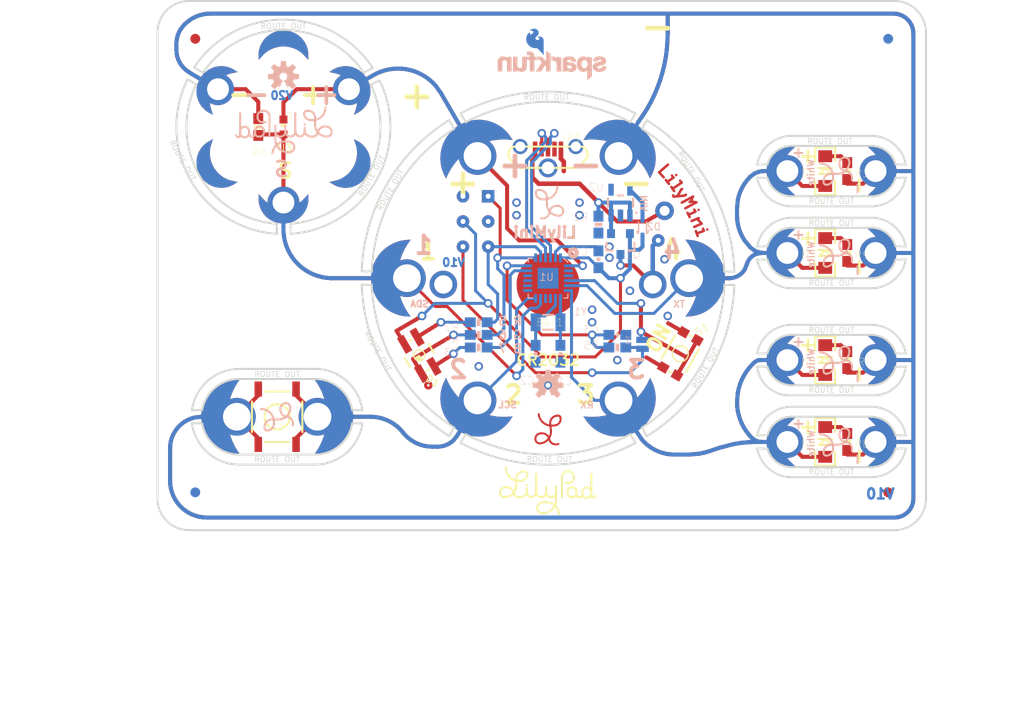
<source format=kicad_pcb>
(kicad_pcb (version 20211014) (generator pcbnew)
  (layers (0 "F.Cu" signal) (31 "B.Cu" signal) (34 "B.Paste" user) (35 "F.Paste" user) (36 "B.SilkS" user "B.Silkscreen") (37 "F.SilkS" user "F.Silkscreen") (38 "B.Mask" user) (39 "F.Mask" user) (44 "Edge.Cuts" user))
  (net 0 "")
  (net 1 "~{RST}")
  (net 2 "USB5V")
  (net 3 "GND")
  (net 4 "VDD")
  (net 5 "~{BLUE}/SWDIO")
  (net 6 "~{GREEN}")
  (net 7 "SEWTAP+")
  (net 8 "SEWTAP1")
  (net 9 "SEWTAP2")
  (net 10 "SEWTAP4")
  (net 11 "SEWTAP3")
  (net 12 "BATT3V")
  (net 13 "USB_P")
  (net 14 "~{RED}/SWDCLK")
  (net 15 "B")
  (net 16 "G")
  (net 17 "R")
  (net 18 "USB_N")
  (net 19 "N$1")
  (net 20 "BUTTON")
  (net 21 "~{RST}1")
  (net 22 "X2")
  (net 23 "X1")
  (net 24 "N$2")
  (net 25 "N$3")
  (net 26 "N$4")
  (net 27 "N$5")
  (net 28 "N$6")
  (net 29 "N$7")
  (net 30 "N$8")
  (net 31 "N$9")
  (net 32 "N$10")
  (net 33 "N$11")
  (net 34 "N$12")
  (net 35 "N$13")
  (net 36 "N$14")
  (net 37 "N$15")
  (net 38 "N$16")
  (net 39 "N$17")
  (net 40 "N$18")
  (net 41 "N$19")
  (net 42 "N$20")
  (net 43 "N$21")
  (net 44 "N$22")
  (footprint "boardEagle:0603-RES" (layer "F.Cu") (at 179.2986 95.4786 90)
    (fp_text reference "R10")
    (fp_text value "150" hide)
  )
  (footprint "boardEagle:FIDUCIAL-1X2" (layer "F.Cu") (at 113.5761 82.1436)
    (fp_text reference "FD1" hide)
    (fp_text value "FIDUCIAL1X2" hide)
  )
  (footprint "" (layer "F.Cu") (at 119.2911 106.9086)
    (fp_text reference "@HOLE46" hide)
    (fp_text value "")
  )
  (footprint "boardEagle:LED-1206" (layer "F.Cu") (at 177.0761 114.5286 90)
    (fp_text reference "D3")
    (fp_text value "")
  )
  (footprint "" (layer "F.Cu") (at 184.418246 95.0722)
    (fp_text reference "@HOLE25" hide)
    (fp_text value "")
  )
  (footprint "" (layer "F.Cu") (at 158.510918 121.679375)
    (fp_text reference "@HOLE16" hide)
    (fp_text value "")
  )
  (footprint "" (layer "F.Cu") (at 170.0911 106.9086)
    (fp_text reference "@HOLE55" hide)
    (fp_text value "")
  )
  (footprint "" (layer "F.Cu") (at 171.003953 122.3772)
    (fp_text reference "@HOLE35" hide)
    (fp_text value "")
  )
  (footprint "" (layer "F.Cu") (at 140.2461 89.1286)
    (fp_text reference "@HOLE74" hide)
    (fp_text value "")
  )
  (footprint "" (layer "F.Cu") (at 128.1811 106.9086)
    (fp_text reference "@HOLE39" hide)
    (fp_text value "")
  )
  (footprint "" (layer "F.Cu") (at 158.0261 87.8586)
    (fp_text reference "@HOLE84" hide)
    (fp_text value "")
  )
  (footprint "" (layer "F.Cu") (at 158.0261 89.1286)
    (fp_text reference "@HOLE83" hide)
    (fp_text value "")
  )
  (footprint "boardEagle:PETAL-NOHOLE-2SIDE" (layer "F.Cu") (at 115.866978 94.8436 -60)
    (fp_text reference "ST2" hide)
    (fp_text value "" hide)
  )
  (footprint "" (layer "F.Cu") (at 124.3711 106.9086)
    (fp_text reference "@HOLE42" hide)
    (fp_text value "")
  )
  (footprint "" (layer "F.Cu") (at 171.003953 114.1222)
    (fp_text reference "@HOLE31" hide)
    (fp_text value "")
  )
  (footprint "" (layer "F.Cu") (at 158.0261 86.5886)
    (fp_text reference "@HOLE85" hide)
    (fp_text value "")
  )
  (footprint "" (layer "F.Cu") (at 184.0611 106.9086)
    (fp_text reference "@HOLE57" hide)
    (fp_text value "")
  )
  (footprint "" (layer "F.Cu") (at 140.2461 85.3186)
    (fp_text reference "@HOLE77" hide)
    (fp_text value "")
  )
  (footprint "boardEagle:PETAL-SMALL-2SIDE" (layer "F.Cu") (at 173.2661 95.4786 -90)
    (fp_text reference "JP24" hide)
    (fp_text value "" hide)
  )
  (footprint "" (layer "F.Cu") (at 158.510918 90.867825)
    (fp_text reference "@HOLE9" hide)
    (fp_text value "")
  )
  (footprint "" (layer "F.Cu") (at 184.418246 103.3272)
    (fp_text reference "@HOLE29" hide)
    (fp_text value "")
  )
  (footprint "" (layer "F.Cu") (at 158.0261 124.6886)
    (fp_text reference "@HOLE68" hide)
    (fp_text value "")
  )
  (footprint "" (layer "F.Cu") (at 171.3611 106.9086)
    (fp_text reference "@HOLE56" hide)
    (fp_text value "")
  )
  (footprint "" (layer "F.Cu") (at 121.8311 106.9086)
    (fp_text reference "@HOLE44" hide)
    (fp_text value "")
  )
  (footprint "" (layer "F.Cu") (at 140.2461 125.9586)
    (fp_text reference "@HOLE62" hide)
    (fp_text value "")
  )
  (footprint "" (layer "F.Cu") (at 168.8211 106.9086)
    (fp_text reference "@HOLE54" hide)
    (fp_text value "")
  )
  (footprint "" (layer "F.Cu") (at 122.042184 101.057641)
    (fp_text reference "@HOLE1" hide)
    (fp_text value "")
  )
  (footprint "" (layer "F.Cu") (at 157.790484 90.451882)
    (fp_text reference "@HOLE8" hide)
    (fp_text value "")
  )
  (footprint "" (layer "F.Cu") (at 158.0261 123.4186)
    (fp_text reference "@HOLE67" hide)
    (fp_text value "")
  )
  (footprint "boardEagle:FIDUCIAL-1X2" (layer "F.Cu") (at 183.4261 127.8636)
    (fp_text reference "FD2" hide)
    (fp_text value "FIDUCIAL1X2" hide)
  )
  (footprint "" (layer "F.Cu") (at 114.014771 119.8372)
    (fp_text reference "@HOLE19" hide)
    (fp_text value "")
  )
  (footprint "" (layer "F.Cu") (at 184.418246 104.14)
    (fp_text reference "@HOLE28" hide)
    (fp_text value "")
  )
  (footprint "" (layer "F.Cu") (at 171.003953 114.935)
    (fp_text reference "@HOLE30" hide)
    (fp_text value "")
  )
  (footprint "" (layer "F.Cu") (at 129.647428 119.8372)
    (fp_text reference "@HOLE21" hide)
    (fp_text value "")
  )
  (footprint "boardEagle:PETAL-SMALL-2SIDE" (layer "F.Cu") (at 173.2661 114.5286 -90)
    (fp_text reference "JP20" hide)
    (fp_text value "" hide)
  )
  (footprint "boardEagle:USB-B-MICRO-SMD_VERT" (layer "F.Cu") (at 149.1361 93.2561)
    (fp_text reference "JP1")
    (fp_text value "")
  )
  (footprint "boardEagle:PETAL-SMALL-2SIDE" (layer "F.Cu") (at 182.1561 122.7836 90)
    (fp_text reference "JP23" hide)
    (fp_text value "" hide)
  )
  (footprint "boardEagle:0603-RES" (layer "F.Cu") (at 179.2986 103.7336 90)
    (fp_text reference "R9")
    (fp_text value "150" hide)
  )
  (footprint "" (layer "F.Cu") (at 184.418246 114.935)
    (fp_text reference "@HOLE32" hide)
    (fp_text value "")
  )
  (footprint "" (layer "F.Cu") (at 113.996984 85.65446)
    (fp_text reference "@HOLE5" hide)
    (fp_text value "")
  )
  (footprint "boardEagle:PETAL-SMALL-2SIDE" (layer "F.Cu") (at 129.065221 87.2236 120)
    (fp_text reference "SEWTAPLS+0" hide)
    (fp_text value "PLUS" hide)
  )
  (footprint "boardEagle:LOGO-L-TOP" (layer "F.Cu") (at 149.1361 121.5136 6)
    (fp_text reference "LOGO2" hide)
    (fp_text value "" hide)
  )
  (footprint "boardEagle:PETAL-SMALL-2SIDE" (layer "F.Cu") (at 173.2661 103.7336 -90)
    (fp_text reference "JP26" hide)
    (fp_text value "" hide)
  )
  (footprint "" (layer "F.Cu") (at 171.003953 95.885)
    (fp_text reference "@HOLE22" hide)
    (fp_text value "")
  )
  (footprint "boardEagle:TACTILE-SWITCH-SMD" (layer "F.Cu") (at 121.8311 120.2436 -90)
    (fp_text reference "S2")
    (fp_text value "")
  )
  (footprint "" (layer "F.Cu") (at 131.359131 86.388704)
    (fp_text reference "@HOLE3" hide)
    (fp_text value "")
  )
  (footprint "boardEagle:PETAL-SMALL-2SIDE" (layer "F.Cu") (at 173.2661 122.7836 -90)
    (fp_text reference "JP22" hide)
    (fp_text value "" hide)
  )
  (footprint "" (layer "F.Cu") (at 184.418246 122.3772)
    (fp_text reference "@HOLE37" hide)
    (fp_text value "")
  )
  (footprint "boardEagle:PETAL-SMALL-2SIDE" (layer "F.Cu") (at 182.1561 114.5286 90)
    (fp_text reference "JP21" hide)
    (fp_text value "" hide)
  )
  (footprint "boardEagle:LED-1206" (layer "F.Cu") (at 177.0761 122.7836 90)
    (fp_text reference "D4")
    (fp_text value "")
  )
  (footprint "" (layer "F.Cu") (at 158.0261 85.3186)
    (fp_text reference "@HOLE86" hide)
    (fp_text value "")
  )
  (footprint "" (layer "F.Cu") (at 123.1011 106.9086)
    (fp_text reference "@HOLE43" hide)
    (fp_text value "")
  )
  (footprint "" (layer "F.Cu") (at 129.4511 106.9086)
    (fp_text reference "@HOLE38" hide)
    (fp_text value "")
  )
  (footprint "" (layer "F.Cu") (at 140.2461 84.0486)
    (fp_text reference "@HOLE78" hide)
    (fp_text value "")
  )
  (footprint "" (layer "F.Cu") (at 114.014771 120.65)
    (fp_text reference "@HOLE18" hide)
    (fp_text value "")
  )
  (footprint "boardEagle:PETAL-NOHOLE-2SIDE" (layer "F.Cu") (at 122.4661 83.4136 180)
    (fp_text reference "ST1" hide)
    (fp_text value "" hide)
  )
  (footprint "" (layer "F.Cu") (at 171.003953 95.0722)
    (fp_text reference "@HOLE23" hide)
    (fp_text value "")
  )
  (footprint "" (layer "F.Cu") (at 157.790484 122.095319)
    (fp_text reference "@HOLE17" hide)
    (fp_text value "")
  )
  (footprint "boardEagle:PETAL-MEDIUM-2SIDE" (layer "F.Cu") (at 118.0211 120.2436 -90)
    (fp_text reference "JP13" hide)
    (fp_text value "" hide)
  )
  (footprint "boardEagle:ALS-PT19" (layer "F.Cu") (at 122.4661 91.0336 -90)
    (fp_text reference "U3")
    (fp_text value "ALS-PT19")
  )
  (footprint "" (layer "F.Cu") (at 139.761281 121.679375)
    (fp_text reference "@HOLE15" hide)
    (fp_text value "")
  )
  (footprint "" (layer "F.Cu") (at 140.2461 128.4986)
    (fp_text reference "@HOLE64" hide)
    (fp_text value "")
  )
  (footprint "" (layer "F.Cu") (at 186.6011 106.9086)
    (fp_text reference "@HOLE59" hide)
    (fp_text value "")
  )
  (footprint "" (layer "F.Cu") (at 130.935215 85.65446)
    (fp_text reference "@HOLE2" hide)
    (fp_text value "")
  )
  (footprint "" (layer "F.Cu") (at 116.7511 106.9086)
    (fp_text reference "@HOLE48" hide)
    (fp_text value "")
  )
  (footprint "" (layer "F.Cu") (at 126.9111 106.9086)
    (fp_text reference "@HOLE40" hide)
    (fp_text value "")
  )
  (footprint "" (layer "F.Cu") (at 131.106896 106.689544)
    (fp_text reference "@HOLE12" hide)
    (fp_text value "")
  )
  (footprint "boardEagle:1X01NS" (layer "F.Cu") (at 160.8836 99.4811)
    (fp_text reference "JP2" hide)
    (fp_text value "" hide)
  )
  (footprint "boardEagle:BATTERY_20MM_PTH_KIT" (layer "F.Cu") (at 149.1361 106.9086 180)
    (fp_text reference "BAT1")
    (fp_text value "CR2032")
  )
  (footprint "" (layer "F.Cu") (at 158.0261 78.9686)
    (fp_text reference "@HOLE91" hide)
    (fp_text value "")
  )
  (footprint "" (layer "F.Cu") (at 171.003953 103.3272)
    (fp_text reference "@HOLE27" hide)
    (fp_text value "")
  )
  (footprint "" (layer "F.Cu") (at 140.2461 78.9686)
    (fp_text reference "@HOLE82" hide)
    (fp_text value "")
  )
  (footprint "boardEagle:0603-RES" (layer "F.Cu") (at 179.2986 122.7836 90)
    (fp_text reference "R8")
    (fp_text value "150" hide)
  )
  (footprint "" (layer "F.Cu") (at 140.2461 129.7686)
    (fp_text reference "@HOLE65" hide)
    (fp_text value "")
  )
  (footprint "boardEagle:PETAL-NOHOLE-2SIDE" (layer "F.Cu") (at 129.065221 94.8436 60)
    (fp_text reference "ST3" hide)
    (fp_text value "" hide)
  )
  (footprint "boardEagle:PETAL-MEDIUM-2SIDE" (layer "F.Cu") (at 135.1661 106.2736 -90)
    (fp_text reference "SEWTAP1" hide)
    (fp_text value "" hide)
  )
  (footprint "boardEagle:CREATIVE_COMMONS" (layer "F.Cu") (at 114.2111 149.4536)
    (fp_text reference "FRAME1" hide)
    (fp_text value "FRAME-LETTER" hide)
  )
  (footprint "" (layer "F.Cu") (at 115.4811 106.9086)
    (fp_text reference "@HOLE49" hide)
    (fp_text value "")
  )
  (footprint "boardEagle:TACTILE_SWITCH_SMD_4.6X2.8MM" (layer "F.Cu") (at 162.4711 113.8936 60)
    (fp_text reference "S1")
    (fp_text value "")
  )
  (footprint "" (layer "F.Cu") (at 118.0211 106.9086)
    (fp_text reference "@HOLE47" hide)
    (fp_text value "")
  )
  (footprint "" (layer "F.Cu") (at 140.2461 123.4186)
    (fp_text reference "@HOLE60" hide)
    (fp_text value "")
  )
  (footprint "boardEagle:PETAL-MEDIUM-2SIDE" (layer "F.Cu") (at 156.1211 94.175225 150)
    (fp_text reference "SEWTAP-0" hide)
    (fp_text value "" hide)
  )
  (footprint "" (layer "F.Cu") (at 140.481715 90.451882)
    (fp_text reference "@HOLE11" hide)
    (fp_text value "")
  )
  (footprint "" (layer "F.Cu") (at 140.2461 124.6886)
    (fp_text reference "@HOLE61" hide)
    (fp_text value "")
  )
  (footprint "" (layer "F.Cu") (at 140.2461 127.2286)
    (fp_text reference "@HOLE63" hide)
    (fp_text value "")
  )
  (footprint "boardEagle:0603-RES" (layer "F.Cu") (at 119.9261 91.0336 -90)
    (fp_text reference "R6")
    (fp_text value "10K")
  )
  (footprint "" (layer "F.Cu") (at 167.165303 105.857657)
    (fp_text reference "@HOLE6" hide)
    (fp_text value "")
  )
  (footprint "" (layer "F.Cu") (at 140.2461 80.2386)
    (fp_text reference "@HOLE81" hide)
    (fp_text value "")
  )
  (footprint "" (layer "F.Cu") (at 111.6711 106.9086)
    (fp_text reference "@HOLE52" hide)
    (fp_text value "")
  )
  (footprint "boardEagle:PETAL-SMALL-2SIDE" (layer "F.Cu") (at 122.4661 98.6536)
    (fp_text reference "SEWTAPLSOUT0" hide)
    (fp_text value "OUT" hide)
  )
  (footprint "" (layer "F.Cu") (at 171.003953 123.19)
    (fp_text reference "@HOLE34" hide)
    (fp_text value "")
  )
  (footprint "" (layer "F.Cu") (at 140.2461 82.7786)
    (fp_text reference "@HOLE79" hide)
    (fp_text value "")
  )
  (footprint "" (layer "F.Cu") (at 184.418246 114.1222)
    (fp_text reference "@HOLE33" hide)
    (fp_text value "")
  )
  (footprint "" (layer "F.Cu") (at 120.5611 106.9086)
    (fp_text reference "@HOLE45" hide)
    (fp_text value "")
  )
  (footprint "" (layer "F.Cu") (at 158.0261 84.0486)
    (fp_text reference "@HOLE87" hide)
    (fp_text value "")
  )
  (footprint "" (layer "F.Cu") (at 158.0261 127.2286)
    (fp_text reference "@HOLE70" hide)
    (fp_text value "")
  )
  (footprint "" (layer "F.Cu") (at 113.573068 86.388704)
    (fp_text reference "@HOLE4" hide)
    (fp_text value "")
  )
  (footprint "" (layer "F.Cu") (at 185.3311 106.9086)
    (fp_text reference "@HOLE58" hide)
    (fp_text value "")
  )
  (footprint "" (layer "F.Cu") (at 158.0261 82.7786)
    (fp_text reference "@HOLE88" hide)
    (fp_text value "")
  )
  (footprint "" (layer "F.Cu") (at 140.481715 122.095319)
    (fp_text reference "@HOLE14" hide)
    (fp_text value "")
  )
  (footprint "boardEagle:PETAL-SMALL-2SIDE" (layer "F.Cu") (at 182.1561 103.7336 90)
    (fp_text reference "JP25" hide)
    (fp_text value "" hide)
  )
  (footprint "" (layer "F.Cu") (at 184.418246 95.885)
    (fp_text reference "@HOLE24" hide)
    (fp_text value "")
  )
  (footprint "" (layer "F.Cu") (at 140.2461 81.5086)
    (fp_text reference "@HOLE80" hide)
    (fp_text value "")
  )
  (footprint "" (layer "F.Cu") (at 139.761281 90.867825)
    (fp_text reference "@HOLE10" hide)
    (fp_text value "")
  )
  (footprint "" (layer "F.Cu") (at 184.418246 123.19)
    (fp_text reference "@HOLE36" hide)
    (fp_text value "")
  )
  (footprint "" (layer "F.Cu") (at 129.647428 120.65)
    (fp_text reference "@HOLE20" hide)
    (fp_text value "")
  )
  (footprint "" (layer "F.Cu") (at 158.0261 131.0386)
    (fp_text reference "@HOLE73" hide)
    (fp_text value "")
  )
  (footprint "" (layer "F.Cu") (at 158.0261 81.5086)
    (fp_text reference "@HOLE89" hide)
    (fp_text value "")
  )
  (footprint "boardEagle:LED-1206" (layer "F.Cu") (at 177.0761 95.4786 90)
    (fp_text reference "D6")
    (fp_text value "")
  )
  (footprint "boardEagle:PETAL-MEDIUM-2SIDE" (layer "F.Cu") (at 156.1211 118.371975 30)
    (fp_text reference "SEWTAP3" hide)
    (fp_text value "" hide)
  )
  (footprint "" (layer "F.Cu") (at 167.165303 106.689544)
    (fp_text reference "@HOLE7" hide)
    (fp_text value "")
  )
  (footprint "" (layer "F.Cu") (at 158.0261 125.9586)
    (fp_text reference "@HOLE69" hide)
    (fp_text value "")
  )
  (footprint "" (layer "F.Cu") (at 140.2461 87.8586)
    (fp_text reference "@HOLE75" hide)
    (fp_text value "")
  )
  (footprint "" (layer "F.Cu") (at 125.6411 106.9086)
    (fp_text reference "@HOLE41" hide)
    (fp_text value "")
  )
  (footprint "boardEagle:PETAL-SMALL-2SIDE" (layer "F.Cu") (at 182.1561 95.4786 90)
    (fp_text reference "JP27" hide)
    (fp_text value "" hide)
  )
  (footprint "boardEagle:PETAL-SMALL-2SIDE" (layer "F.Cu") (at 115.866978 87.2236 -120)
    (fp_text reference "SEWTAPLS-0" hide)
    (fp_text value "MINUS" hide)
  )
  (footprint "boardEagle:PETAL-MEDIUM-2SIDE" (layer "F.Cu") (at 142.1511 94.175225 -150)
    (fp_text reference "SEWTAP+0" hide)
    (fp_text value "" hide)
  )
  (footprint "boardEagle:PETAL-MEDIUM-2SIDE" (layer "F.Cu") (at 125.6411 120.2436 90)
    (fp_text reference "JP12" hide)
    (fp_text value "" hide)
  )
  (footprint "boardEagle:0603-RES" (layer "F.Cu") (at 179.2986 114.5286 90)
    (fp_text reference "R7")
    (fp_text value "150" hide)
  )
  (footprint "boardEagle:LED-1206" (layer "F.Cu") (at 177.0761 103.7336 90)
    (fp_text reference "D5")
    (fp_text value "")
  )
  (footprint "" (layer "F.Cu") (at 114.2111 106.9086)
    (fp_text reference "@HOLE50" hide)
    (fp_text value "")
  )
  (footprint "" (layer "F.Cu") (at 140.2461 86.5886)
    (fp_text reference "@HOLE76" hide)
    (fp_text value "")
  )
  (footprint "" (layer "F.Cu") (at 158.0261 80.2386)
    (fp_text reference "@HOLE90" hide)
    (fp_text value "")
  )
  (footprint "boardEagle:PETAL-MEDIUM-2SIDE" (layer "F.Cu") (at 142.1511 118.371975 -30)
    (fp_text reference "SEWTAP2" hide)
    (fp_text value "" hide)
  )
  (footprint "boardEagle:LOGO-LILYPAD" (layer "F.Cu") (at 149.1361 127.38735)
    (fp_text reference "U$1" hide)
    (fp_text value "" hide)
  )
  (footprint "" (layer "F.Cu") (at 158.0261 128.4986)
    (fp_text reference "@HOLE71" hide)
    (fp_text value "")
  )
  (footprint "" (layer "F.Cu") (at 122.890015 101.057641)
    (fp_text reference "@HOLE0" hide)
    (fp_text value "")
  )
  (footprint "" (layer "F.Cu") (at 110.4011 106.9086)
    (fp_text reference "@HOLE53" hide)
    (fp_text value "")
  )
  (footprint "" (layer "F.Cu") (at 131.106896 105.857657)
    (fp_text reference "@HOLE13" hide)
    (fp_text value "")
  )
  (footprint "" (layer "F.Cu") (at 171.003953 104.14)
    (fp_text reference "@HOLE26" hide)
    (fp_text value "")
  )
  (footprint "" (layer "F.Cu") (at 112.9411 106.9086)
    (fp_text reference "@HOLE51" hide)
    (fp_text value "")
  )
  (footprint "" (layer "F.Cu") (at 140.2461 131.0386)
    (fp_text reference "@HOLE66" hide)
    (fp_text value "")
  )
  (footprint "" (layer "F.Cu") (at 158.0261 129.7686)
    (fp_text reference "@HOLE72" hide)
    (fp_text value "")
  )
  (footprint "boardEagle:PETAL-MEDIUM-2SIDE" (layer "F.Cu") (at 163.1061 106.2736 90)
    (fp_text reference "SEWTAP4" hide)
    (fp_text value "" hide)
  )
  (footprint "boardEagle:P-LCC-4-3" (layer "F.Cu") (at 136.161137 114.05235 -150)
    (fp_text reference "D1")
    (fp_text value "")
  )
  (footprint "boardEagle:0603-RES" (layer "B.Cu") (at 154.2161 100.8761 90)
    (fp_text reference "R1")
    (fp_text value "10K")
  )
  (footprint "boardEagle:1X01_POGOPIN_PAD_NOSILK_1SIDE_ROUND" (layer "B.Cu") (at 140.5636 100.5586 180)
    (fp_text reference "JP6" hide)
    (fp_text value "" hide)
  )
  (footprint "boardEagle:LOGO-L" (layer "B.Cu") (at 121.8311 120.2436 -90)
    (fp_text reference "U$5" hide)
    (fp_text value "" hide)
  )
  (footprint "boardEagle:OSHW-LOGO-S" (layer "B.Cu") (at 122.4661 85.9536 180)
    (fp_text reference "LOGO3" hide)
    (fp_text value "OSHW-LOGOS" hide)
  )
  (footprint "boardEagle:0603-CAP" (layer "B.Cu") (at 156.1211 111.9886)
    (fp_text reference "C3")
    (fp_text value "0.1uF")
  )
  (footprint "boardEagle:0603-RES" (layer "B.Cu") (at 142.1511 110.7186 180)
    (fp_text reference "R2")
    (fp_text value "330")
  )
  (footprint "boardEagle:1X01_POGOPIN_PAD_NOSILK_1SIDE_SQUARE" (layer "B.Cu") (at 143.1036 98.0186 180)
    (fp_text reference "JP3" hide)
    (fp_text value "" hide)
  )
  (footprint "boardEagle:QFN-24_ALT2" (layer "B.Cu") (at 149.1361 106.2736 180)
    (fp_text reference "U1" hide)
    (fp_text value "SAMD11D14A-M" hide)
  )
  (footprint "boardEagle:1X01_POGOPIN_PAD_NOSILK_1SIDE_ROUND" (layer "B.Cu") (at 160.2486 102.4636 180)
    (fp_text reference "JP9" hide)
    (fp_text value "" hide)
  )
  (footprint "boardEagle:0603-RES" (layer "B.Cu") (at 156.1211 113.2586)
    (fp_text reference "R5")
    (fp_text value "330")
  )
  (footprint "boardEagle:SFE_LOGO_FLAME_COPPER_EXPOSED_.1" (layer "B.Cu") (at 148.97735 84.0486 180)
    (fp_text reference "U$4" hide)
    (fp_text value "" hide)
  )
  (footprint "boardEagle:0603-RES" (layer "B.Cu") (at 142.1511 113.2586 180)
    (fp_text reference "R3")
    (fp_text value "2K")
  )
  (footprint "boardEagle:FIDUCIAL-1X2" (layer "B.Cu") (at 183.4261 82.1436 180)
    (fp_text reference "FD3" hide)
    (fp_text value "FIDUCIAL1X2" hide)
  )
  (footprint "boardEagle:LOGO-L" (layer "B.Cu") (at 149.29485 98.6536 180)
    (fp_text reference "LOGO1" hide)
    (fp_text value "" hide)
  )
  (footprint "boardEagle:SOT23-3" (layer "B.Cu") (at 156.4386 102.7811)
    (fp_text reference "Q1")
    (fp_text value "ZXMP6A13F")
  )
  (footprint "boardEagle:1X01_POGOPIN_PAD_NOSILK_1SIDE_ROUND" (layer "B.Cu") (at 140.5636 98.0186 180)
    (fp_text reference "JP4" hide)
    (fp_text value "" hide)
  )
  (footprint "boardEagle:1X01_POGOPIN_PAD_NOSILK_1SIDE_ROUND" (layer "B.Cu") (at 143.1036 100.5586 180)
    (fp_text reference "JP5" hide)
    (fp_text value "" hide)
  )
  (footprint "boardEagle:LOGO-L" (layer "B.Cu") (at 178.18735 122.7836 -90)
    (fp_text reference "U$8" hide)
    (fp_text value "" hide)
  )
  (footprint "boardEagle:0603-RES" (layer "B.Cu") (at 142.1511 111.9886 180)
    (fp_text reference "R4")
    (fp_text value "1K")
  )
  (footprint "boardEagle:LOGO-L" (layer "B.Cu") (at 178.18735 114.5286 -90)
    (fp_text reference "U$7" hide)
    (fp_text value "" hide)
  )
  (footprint "boardEagle:PAD-JUMPER-2-NO_NO_SILK" (layer "B.Cu") (at 158.6611 112.9411 -90)
    (fp_text reference "SJ1")
    (fp_text value "")
  )
  (footprint "boardEagle:SOD-523" (layer "B.Cu") (at 158.6611 101.1936 -90)
    (fp_text reference "D2" hide)
    (fp_text value "RB751" hide)
  )
  (footprint "boardEagle:SOT23-5" (layer "B.Cu") (at 156.4386 98.6536 180)
    (fp_text reference "U2")
    (fp_text value "AP2112K-3.3V")
  )
  (footprint "boardEagle:SFE_LOGO_NAME_.1" (layer "B.Cu") (at 155.4861 86.74735 180)
    (fp_text reference "LOGO4" hide)
    (fp_text value "SFE_LOGO_NAME.1_INCH" hide)
  )
  (footprint "boardEagle:0603-CAP" (layer "B.Cu") (at 154.2161 104.3686 90)
    (fp_text reference "C4")
    (fp_text value "0.1uF")
  )
  (footprint "boardEagle:0603-CAP" (layer "B.Cu") (at 147.8861 113.8936 90)
    (fp_text reference "C2")
    (fp_text value "15pF")
  )
  (footprint "boardEagle:CRYSTAL-SMD-3.2X1.5MM" (layer "B.Cu") (at 149.1361 110.7186)
    (fp_text reference "Y1")
    (fp_text value "32.768kHz")
  )
  (footprint "boardEagle:LOGO-LILYPAD" (layer "B.Cu") (at 122.4661 91.0336 180)
    (fp_text reference "U$2" hide)
    (fp_text value "LOGO-LPLP" hide)
  )
  (footprint "boardEagle:LOGO-L" (layer "B.Cu") (at 178.18735 103.7336 -90)
    (fp_text reference "U$6" hide)
    (fp_text value "" hide)
  )
  (footprint "boardEagle:OSHW-LOGO-S" (layer "B.Cu") (at 149.1361 117.0686 180)
    (fp_text reference "$1_61_$_2016-09-25_21-56-09" hide)
    (fp_text value "OSHW-LOGOS" hide)
  )
  (footprint "boardEagle:1X01_POGOPIN_PAD_NOSILK_1SIDE_ROUND" (layer "B.Cu") (at 143.1036 103.0986 180)
    (fp_text reference "JP7" hide)
    (fp_text value "" hide)
  )
  (footprint "boardEagle:LOGO-L" (layer "B.Cu") (at 178.18735 95.4786 -90)
    (fp_text reference "U$9" hide)
    (fp_text value "" hide)
  )
  (footprint "boardEagle:0603-CAP" (layer "B.Cu") (at 150.3861 113.8936 90)
    (fp_text reference "C1")
    (fp_text value "15pF")
  )
  (footprint "boardEagle:FIDUCIAL-1X2" (layer "B.Cu") (at 113.5761 127.8636 180)
    (fp_text reference "FD4" hide)
    (fp_text value "FIDUCIAL1X2" hide)
  )
  (footprint "boardEagle:1X01_POGOPIN_PAD_NOSILK_1SIDE_ROUND" (layer "B.Cu") (at 140.5636 103.0986 180)
    (fp_text reference "JP8" hide)
    (fp_text value "" hide)
  )
  (gr_circle (center 137.0711 117.0686) (end 137.1981 117.0686) (layer "F.Cu") (width 0.3048) (fill none))
  (gr_circle (center 151.6761 103.7336) (end 151.83485 103.7336) (layer "B.SilkS") (width 0.4064) (fill none))
  (gr_arc (start 181.7116 111.9886) (mid 183.256622 112.512538) (end 184.164247 113.868201) (layer "Edge.Cuts") (width 0.2032))
  (gr_arc (start 167.920492 106.971738) (mid 165.40921 115.690469) (end 159.100221 122.211163) (layer "Edge.Cuts") (width 0.2032))
  (gr_line (start 130.351706 105.575463) (end 131.368368 105.6132) (layer "Edge.Cuts") (width 0.2032))
  (gr_arc (start 184.0611 78.3336) (mid 186.306164 79.263536) (end 187.2361 81.5086) (layer "Edge.Cuts") (width 0.2032))
  (gr_arc (start 157.956374 122.88925) (mid 149.133896 125.078444) (end 140.315825 122.871563) (layer "Edge.Cuts") (width 0.2032))
  (gr_line (start 159.100221 90.356088) (end 158.591887 91.216494) (layer "Edge.Cuts") (width 0.2032))
  (gr_line (start 109.7661 128.4986) (end 109.7661 81.5086) (layer "Edge.Cuts") (width 0.2032))
  (gr_arc (start 184.164246 123.444) (mid 183.256622 124.799663) (end 181.7116 125.3236) (layer "Edge.Cuts") (width 0.2032))
  (gr_arc (start 173.7106 107.2896) (mid 171.441595 106.471622) (end 170.216458 104.394001) (layer "Edge.Cuts") (width 0.2032))
  (gr_line (start 158.591887 121.330707) (end 159.100221 122.211163) (layer "Edge.Cuts") (width 0.2032))
  (gr_arc (start 170.216457 94.8182) (mid 171.441594 92.740578) (end 173.7106 91.9226) (layer "Edge.Cuts") (width 0.2032))
  (gr_arc (start 173.7106 126.3396) (mid 171.441595 125.521622) (end 170.216458 123.444001) (layer "Edge.Cuts") (width 0.2032))
  (gr_line (start 167.920493 106.971738) (end 166.903831 106.934) (layer "Edge.Cuts") (width 0.2032))
  (gr_arc (start 121.8057 100.790275) (mid 113.997238 95.923101) (end 113.68637 86.727187) (layer "Edge.Cuts") (width 0.2032))
  (gr_arc (start 114.346771 85.583341) (mid 122.4661 81.254602) (end 130.585428 85.583342) (layer "Edge.Cuts") (width 0.2032))
  (gr_line (start 184.164246 103.0732) (end 185.20574 103.0732) (layer "Edge.Cuts") (width 0.2032))
  (gr_arc (start 112.9411 131.6736) (mid 110.696036 130.743664) (end 109.7661 128.4986) (layer "Edge.Cuts") (width 0.2032))
  (gr_arc (start 181.7116 101.1936) (mid 183.256622 101.717538) (end 184.164247 103.073201) (layer "Edge.Cuts") (width 0.2032))
  (gr_line (start 125.6411 125.0696) (end 118.0211 125.0696) (layer "Edge.Cuts") (width 0.2032))
  (gr_line (start 187.2361 81.5086) (end 187.2361 128.4986) (layer "Edge.Cuts") (width 0.2032))
  (gr_line (start 173.7106 120.2436) (end 181.7116 120.2436) (layer "Edge.Cuts") (width 0.2032))
  (gr_arc (start 181.711599 119.2276) (mid 183.980603 120.045579) (end 185.20574 122.1232) (layer "Edge.Cuts") (width 0.2032))
  (gr_line (start 184.164246 115.189) (end 185.20574 115.189) (layer "Edge.Cuts") (width 0.2032))
  (gr_arc (start 113.465063 85.017079) (mid 122.481466 80.209996) (end 131.467134 85.074288) (layer "Edge.Cuts") (width 0.2032))
  (gr_arc (start 173.710598 98.018599) (mid 172.165577 97.494662) (end 171.257953 96.139) (layer "Edge.Cuts") (width 0.2032))
  (gr_line (start 112.9411 78.3336) (end 184.0611 78.3336) (layer "Edge.Cuts") (width 0.2032))
  (gr_line (start 130.585428 85.583341) (end 131.467134 85.074288) (layer "Edge.Cuts") (width 0.2032))
  (gr_line (start 170.216459 94.8182) (end 171.257953 94.8182) (layer "Edge.Cuts") (width 0.2032))
  (gr_arc (start 132.150132 86.330305) (mid 131.797065 96.46438) (end 123.1773 101.805147) (layer "Edge.Cuts") (width 0.2032))
  (gr_arc (start 113.240499 119.5832) (mid 114.850675 116.6051) (end 118.0211 115.4176) (layer "Edge.Cuts") (width 0.2032))
  (gr_line (start 184.164246 104.394) (end 185.20574 104.394) (layer "Edge.Cuts") (width 0.2032))
  (gr_arc (start 118.0211 125.0696) (mid 114.850676 123.8821) (end 113.2405 120.904001) (layer "Edge.Cuts") (width 0.2032))
  (gr_line (start 125.6411 115.4176) (end 118.0211 115.4176) (layer "Edge.Cuts") (width 0.2032))
  (gr_arc (start 181.711599 100.1776) (mid 183.980603 100.995579) (end 185.20574 103.0732) (layer "Edge.Cuts") (width 0.2032))
  (gr_arc (start 130.351705 105.575463) (mid 132.862988 96.856732) (end 139.171978 90.336038) (layer "Edge.Cuts") (width 0.2032))
  (gr_line (start 129.393428 119.5832) (end 130.4217 119.5832) (layer "Edge.Cuts") (width 0.2032))
  (gr_line (start 173.7106 111.9886) (end 181.7116 111.9886) (layer "Edge.Cuts") (width 0.2032))
  (gr_arc (start 170.216457 113.8682) (mid 171.441594 111.790578) (end 173.7106 110.9726) (layer "Edge.Cuts") (width 0.2032))
  (gr_arc (start 185.20574 96.139) (mid 183.980604 98.216622) (end 181.7116 99.034601) (layer "Edge.Cuts") (width 0.2032))
  (gr_arc (start 125.6411 116.4336) (mid 128.090587 117.325363) (end 129.393428 119.583201) (layer "Edge.Cuts") (width 0.2032))
  (gr_arc (start 170.216457 103.0732) (mid 171.441594 100.995578) (end 173.7106 100.1776) (layer "Edge.Cuts") (width 0.2032))
  (gr_arc (start 171.257953 94.8182) (mid 172.165578 93.462538) (end 173.710599 92.938602) (layer "Edge.Cuts") (width 0.2032))
  (gr_line (start 139.680312 91.216494) (end 139.171978 90.336038) (layer "Edge.Cuts") (width 0.2032))
  (gr_line (start 113.2405 119.5832) (end 114.268771 119.5832) (layer "Edge.Cuts") (width 0.2032))
  (gr_arc (start 185.20574 115.189) (mid 184.202854 117.1865) (end 182.1561 118.084601) (layer "Edge.Cuts") (width 0.2032))
  (gr_line (start 170.216459 122.1232) (end 171.257953 122.1232) (layer "Edge.Cuts") (width 0.2032))
  (gr_line (start 170.216459 104.394) (end 171.257953 104.394) (layer "Edge.Cuts") (width 0.2032))
  (gr_line (start 157.448043 90.556094) (end 157.956375 89.675638) (layer "Edge.Cuts") (width 0.2032))
  (gr_arc (start 185.20574 104.394) (mid 183.980604 106.471622) (end 181.7116 107.289601) (layer "Edge.Cuts") (width 0.2032))
  (gr_line (start 184.164246 122.1232) (end 185.20574 122.1232) (layer "Edge.Cuts") (width 0.2032))
  (gr_line (start 181.7116 91.9226) (end 173.7106 91.9226) (layer "Edge.Cuts") (width 0.2032))
  (gr_line (start 140.315825 89.65795) (end 140.824156 90.556094) (layer "Edge.Cuts") (width 0.2032))
  (gr_line (start 173.7106 125.3236) (end 181.7116 125.3236) (layer "Edge.Cuts") (width 0.2032))
  (gr_arc (start 131.268134 86.772966) (mid 130.934961 95.9231) (end 123.1773 100.786704) (layer "Edge.Cuts") (width 0.2032))
  (gr_line (start 123.1773 100.786704) (end 123.1773 101.805147) (layer "Edge.Cuts") (width 0.2032))
  (gr_line (start 181.7116 107.2896) (end 173.7106 107.2896) (layer "Edge.Cuts") (width 0.2032))
  (gr_line (start 181.7116 100.1776) (end 173.7106 100.1776) (layer "Edge.Cuts") (width 0.2032))
  (gr_arc (start 109.7661 81.5086) (mid 110.696036 79.263536) (end 112.9411 78.3336) (layer "Edge.Cuts") (width 0.2032))
  (gr_arc (start 173.710598 117.068599) (mid 172.165577 116.544662) (end 171.257953 115.189) (layer "Edge.Cuts") (width 0.2032))
  (gr_line (start 173.7106 117.0686) (end 181.7116 117.0686) (layer "Edge.Cuts") (width 0.2032))
  (gr_arc (start 184.164246 115.189) (mid 183.256622 116.544663) (end 181.7116 117.0686) (layer "Edge.Cuts") (width 0.2032))
  (gr_arc (start 159.10022 90.356088) (mid 165.411414 96.885626) (end 167.920493 105.6132) (layer "Edge.Cuts") (width 0.2032))
  (gr_arc (start 185.20574 123.444) (mid 183.980604 125.521622) (end 181.7116 126.339601) (layer "Edge.Cuts") (width 0.2032))
  (gr_line (start 170.216459 123.444) (end 171.257953 123.444) (layer "Edge.Cuts") (width 0.2032))
  (gr_line (start 157.956375 122.88925) (end 157.448043 121.991107) (layer "Edge.Cuts") (width 0.2032))
  (gr_line (start 181.7116 99.0346) (end 173.7106 99.0346) (layer "Edge.Cuts") (width 0.2032))
  (gr_line (start 170.216459 103.0732) (end 171.257953 103.0732) (layer "Edge.Cuts") (width 0.2032))
  (gr_arc (start 173.2661 118.0846) (mid 171.219346 117.186501) (end 170.216459 115.189002) (layer "Edge.Cuts") (width 0.2032))
  (gr_line (start 170.216459 115.189) (end 171.257953 115.189) (layer "Edge.Cuts") (width 0.2032))
  (gr_line (start 173.7106 98.0186) (end 181.7116 98.0186) (layer "Edge.Cuts") (width 0.2032))
  (gr_arc (start 139.171977 122.191113) (mid 132.860784 115.661575) (end 130.351706 106.934) (layer "Edge.Cuts") (width 0.2032))
  (gr_line (start 166.903831 105.6132) (end 167.920493 105.6132) (layer "Edge.Cuts") (width 0.2032))
  (gr_line (start 140.824156 121.991107) (end 140.315825 122.871563) (layer "Edge.Cuts") (width 0.2032))
  (gr_line (start 181.7116 119.2276) (end 173.7106 119.2276) (layer "Edge.Cuts") (width 0.2032))
  (gr_arc (start 140.824156 90.556094) (mid 149.1361 88.493601) (end 157.448043 90.556095) (layer "Edge.Cuts") (width 0.2032))
  (gr_arc (start 158.591887 91.216494) (mid 164.534031 97.383601) (end 166.903831 105.613201) (layer "Edge.Cuts") (width 0.2032))
  (gr_line (start 118.0211 124.0536) (end 125.6411 124.0536) (layer "Edge.Cuts") (width 0.2032))
  (gr_line (start 184.164246 94.8182) (end 185.20574 94.8182) (layer "Edge.Cuts") (width 0.2032))
  (gr_arc (start 166.903831 106.934) (mid 164.534031 115.163601) (end 158.591888 121.330708) (layer "Edge.Cuts") (width 0.2032))
  (gr_arc (start 125.641099 115.4176) (mid 128.811524 116.6051) (end 130.4217 119.5832) (layer "Edge.Cuts") (width 0.2032))
  (gr_arc (start 131.368368 105.6132) (mid 133.738168 97.3836) (end 139.680312 91.216494) (layer "Edge.Cuts") (width 0.2032))
  (gr_arc (start 121.805698 101.803956) (mid 113.118543 96.428889) (end 112.804665 86.218135) (layer "Edge.Cuts") (width 0.2032))
  (gr_arc (start 181.7116 120.2436) (mid 183.256622 120.767538) (end 184.164247 122.123201) (layer "Edge.Cuts") (width 0.2032))
  (gr_line (start 118.0211 116.4336) (end 125.6411 116.4336) (layer "Edge.Cuts") (width 0.2032))
  (gr_arc (start 187.2361 128.4986) (mid 186.306164 130.743664) (end 184.0611 131.6736) (layer "Edge.Cuts") (width 0.2032))
  (gr_arc (start 171.257953 122.1232) (mid 172.165578 120.767538) (end 173.710599 120.243602) (layer "Edge.Cuts") (width 0.2032))
  (gr_line (start 132.150134 86.330304) (end 131.268134 86.772966) (layer "Edge.Cuts") (width 0.2032))
  (gr_arc (start 181.7116 92.9386) (mid 183.256622 93.462538) (end 184.164247 94.818201) (layer "Edge.Cuts") (width 0.2032))
  (gr_line (start 181.7116 126.3396) (end 173.7106 126.3396) (layer "Edge.Cuts") (width 0.2032))
  (gr_line (start 113.465065 85.017079) (end 114.346771 85.583341) (layer "Edge.Cuts") (width 0.2032))
  (gr_arc (start 171.257953 113.8682) (mid 172.165578 112.512538) (end 173.710599 111.988602) (layer "Edge.Cuts") (width 0.2032))
  (gr_arc (start 130.4217 120.904) (mid 128.811524 123.8821) (end 125.6411 125.069601) (layer "Edge.Cuts") (width 0.2032))
  (gr_line (start 131.368368 106.934) (end 130.351706 106.934) (layer "Edge.Cuts") (width 0.2032))
  (gr_line (start 182.1561 118.0846) (end 173.2661 118.0846) (layer "Edge.Cuts") (width 0.2032))
  (gr_line (start 113.2405 120.904) (end 114.268771 120.904) (layer "Edge.Cuts") (width 0.2032))
  (gr_line (start 184.164246 96.139) (end 185.20574 96.139) (layer "Edge.Cuts") (width 0.2032))
  (gr_arc (start 181.711599 91.9226) (mid 183.980603 92.740579) (end 185.20574 94.8182) (layer "Edge.Cuts") (width 0.2032))
  (gr_line (start 113.686371 86.727185) (end 112.804665 86.218135) (layer "Edge.Cuts") (width 0.2032))
  (gr_line (start 184.164246 123.444) (end 185.20574 123.444) (layer "Edge.Cuts") (width 0.2032))
  (gr_arc (start 139.680312 121.330707) (mid 133.738169 115.163601) (end 131.368369 106.934001) (layer "Edge.Cuts") (width 0.2032))
  (gr_line (start 184.0611 131.6736) (end 112.9411 131.6736) (layer "Edge.Cuts") (width 0.2032))
  (gr_line (start 121.8057 101.803957) (end 121.8057 100.790275) (layer "Edge.Cuts") (width 0.2032))
  (gr_arc (start 181.711599 110.9726) (mid 183.980603 111.790579) (end 185.20574 113.8682) (layer "Edge.Cuts") (width 0.2032))
  (gr_arc (start 140.315825 89.65795) (mid 149.138304 87.468757) (end 157.956375 89.675638) (layer "Edge.Cuts") (width 0.2032))
  (gr_arc (start 129.393427 120.904) (mid 128.090586 123.161837) (end 125.6411 124.0536) (layer "Edge.Cuts") (width 0.2032))
  (gr_arc (start 170.216457 122.1232) (mid 171.441594 120.045578) (end 173.7106 119.2276) (layer "Edge.Cuts") (width 0.2032))
  (gr_arc (start 184.164246 104.394) (mid 183.256622 105.749663) (end 181.7116 106.2736) (layer "Edge.Cuts") (width 0.2032))
  (gr_line (start 139.171978 122.191113) (end 139.680312 121.330707) (layer "Edge.Cuts") (width 0.2032))
  (gr_arc (start 114.268771 119.5832) (mid 115.571613 117.325363) (end 118.0211 116.433602) (layer "Edge.Cuts") (width 0.2032))
  (gr_arc (start 157.448043 121.991107) (mid 149.1361 124.053601) (end 140.824156 121.991108) (layer "Edge.Cuts") (width 0.2032))
  (gr_line (start 184.164246 113.8682) (end 185.20574 113.8682) (layer "Edge.Cuts") (width 0.2032))
  (gr_arc (start 184.164246 96.139) (mid 183.256622 97.494663) (end 181.7116 98.0186) (layer "Edge.Cuts") (width 0.2032))
  (gr_arc (start 118.021099 124.053599) (mid 115.571612 123.161837) (end 114.268771 120.904) (layer "Edge.Cuts") (width 0.2032))
  (gr_line (start 173.7106 92.9386) (end 181.7116 92.9386) (layer "Edge.Cuts") (width 0.2032))
  (gr_line (start 173.7106 101.1936) (end 181.7116 101.1936) (layer "Edge.Cuts") (width 0.2032))
  (gr_arc (start 173.7106 99.0346) (mid 171.441595 98.216622) (end 170.216458 96.139001) (layer "Edge.Cuts") (width 0.2032))
  (gr_line (start 170.216459 113.8682) (end 171.257953 113.8682) (layer "Edge.Cuts") (width 0.2032))
  (gr_arc (start 171.257953 103.0732) (mid 172.165578 101.717538) (end 173.710599 101.193602) (layer "Edge.Cuts") (width 0.2032))
  (gr_arc (start 173.710598 125.323599) (mid 172.165577 124.799662) (end 171.257953 123.444) (layer "Edge.Cuts") (width 0.2032))
  (gr_line (start 170.216459 96.139) (end 171.257953 96.139) (layer "Edge.Cuts") (width 0.2032))
  (gr_line (start 181.7116 110.9726) (end 173.7106 110.9726) (layer "Edge.Cuts") (width 0.2032))
  (gr_line (start 173.7106 106.2736) (end 181.7116 106.2736) (layer "Edge.Cuts") (width 0.2032))
  (gr_arc (start 173.710598 106.273599) (mid 172.165577 105.749662) (end 171.257953 104.394) (layer "Edge.Cuts") (width 0.2032))
  (gr_line (start 129.393428 120.904) (end 130.4217 120.904) (layer "Edge.Cuts") (width 0.2032))
  (gr_text "V10" (at 139.6111 104.6861) (layer "B.Cu") (effects (font (size 0.8128 0.8128) (thickness 0.2032)) (justify mirror)))
  (gr_text "V10" (at 182.63235 128.02235) (layer "B.Cu") (effects (font (size 1.016 1.016) (thickness 0.254)) (justify mirror)))
  (gr_text "V20" (at 122.30735 87.8586) (layer "B.Cu") (effects (font (size 0.8128 0.8128) (thickness 0.2032)) (justify mirror)))
  (gr_text "LilyMini" (at 148.8186 101.66985) (layer "B.SilkS") (effects (font (size 1.13792 1.13792) (thickness 0.28448)) (justify mirror)))
  (gr_text "RX" (at 152.3111 118.6561) (layer "B.SilkS") (effects (font (size 0.69088 0.69088) (thickness 0.12192)) (justify right top mirror)))
  (gr_text "+" (at 175.1711 121.5136) (layer "B.SilkS") (effects (font (size 1.0795 1.0795) (thickness 0.1905)) (justify left bottom mirror)))
  (gr_text "SCL" (at 144.0561 118.6561) (layer "B.SilkS") (effects (font (size 0.65024 0.65024) (thickness 0.16256)) (justify right top mirror)))
  (gr_text "-" (at 181.04485 123.7361 -90) (layer "B.SilkS") (effects (font (size 1.0795 1.0795) (thickness 0.1905)) (justify right top mirror)))
  (gr_text "TX" (at 161.67735 108.4961) (layer "B.SilkS") (effects (font (size 0.69088 0.69088) (thickness 0.12192)) (justify right top mirror)))
  (gr_text "White" (at 175.64735 103.89235 -270) (layer "B.SilkS") (effects (font (size 0.69088 0.69088) (thickness 0.12192)) (justify mirror)))
  (gr_text "White" (at 175.64735 114.68735 -270) (layer "B.SilkS") (effects (font (size 0.69088 0.69088) (thickness 0.12192)) (justify mirror)))
  (gr_text "1" (at 136.59485 102.93985) (layer "B.SilkS") (effects (font (size 1.791208 1.791208) (thickness 0.393192)) (justify mirror)))
  (gr_text "VIN" (at 158.3436 99.6061 -90) (layer "B.SilkS") (effects (font (size 0.69088 0.69088) (thickness 0.12192)) (justify left bottom mirror)))
  (gr_text "+" (at 175.1711 94.2086) (layer "B.SilkS") (effects (font (size 1.0795 1.0795) (thickness 0.1905)) (justify left bottom mirror)))
  (gr_text "U1" (at 149.7711 106.5911) (layer "B.SilkS") (effects (font (size 0.73152 0.73152) (thickness 0.08128)) (justify left bottom mirror)))
  (gr_text "-" (at 152.9461 95.1611 -180) (layer "B.SilkS") (effects (font (size 2.69875 2.69875) (thickness 0.47625)) (justify mirror)))
  (gr_text "-" (at 181.04485 96.4311 -90) (layer "B.SilkS") (effects (font (size 1.0795 1.0795) (thickness 0.1905)) (justify right top mirror)))
  (gr_text "-" (at 181.04485 104.6861 -90) (layer "B.SilkS") (effects (font (size 1.0795 1.0795) (thickness 0.1905)) (justify right top mirror)))
  (gr_text "+" (at 175.1711 102.4636) (layer "B.SilkS") (effects (font (size 1.0795 1.0795) (thickness 0.1905)) (justify left bottom mirror)))
  (gr_text "+" (at 175.1711 113.2586) (layer "B.SilkS") (effects (font (size 1.0795 1.0795) (thickness 0.1905)) (justify left bottom mirror)))
  (gr_text "2" (at 140.08735 115.4811) (layer "B.SilkS") (effects (font (size 1.791208 1.791208) (thickness 0.393192)) (justify mirror)))
  (gr_text "S" (at 122.27235 96.16485) (layer "B.SilkS") (effects (font (size 1.5113 1.5113) (thickness 0.2667)) (justify bottom mirror)))
  (gr_text "+" (at 125.1966 86.7156 -180) (layer "B.SilkS") (effects (font (size 2.159 2.159) (thickness 0.381)) (justify left bottom mirror)))
  (gr_text "SDA" (at 135.1661 108.4961) (layer "B.SilkS") (effects (font (size 0.65024 0.65024) (thickness 0.16256)) (justify right top mirror)))
  (gr_text "-" (at 181.04485 115.4811 -90) (layer "B.SilkS") (effects (font (size 1.0795 1.0795) (thickness 0.1905)) (justify right top mirror)))
  (gr_text "White" (at 175.64735 122.94235 -270) (layer "B.SilkS") (effects (font (size 0.69088 0.69088) (thickness 0.12192)) (justify mirror)))
  (gr_text "4" (at 161.67735 103.4161) (layer "B.SilkS") (effects (font (size 1.791208 1.791208) (thickness 0.393192)) (justify mirror)))
  (gr_text "D2" (at 160.5661 101.5111) (layer "B.SilkS") (effects (font (size 0.73152 0.73152) (thickness 0.08128)) (justify left bottom mirror)))
  (gr_text "3" (at 158.0261 115.4811) (layer "B.SilkS") (effects (font (size 1.791208 1.791208) (thickness 0.393192)) (justify mirror)))
  (gr_text "-" (at 118.1481 86.7156 -180) (layer "B.SilkS") (effects (font (size 2.159 2.159) (thickness 0.381)) (justify left bottom mirror)))
  (gr_text "R 5\nG 6\nB 7" (at 145.3261 111.9886) (layer "B.SilkS") (effects (font (size 0.8636 0.8636) (thickness 0.1524)) (justify mirror)))
  (gr_text "White" (at 175.64735 95.63735 -270) (layer "B.SilkS") (effects (font (size 0.69088 0.69088) (thickness 0.12192)) (justify mirror)))
  (gr_text "+" (at 145.80235 95.1611 -180) (layer "B.SilkS") (effects (font (size 2.69875 2.69875) (thickness 0.47625)) (justify mirror)))
  (gr_text "1" (at 137.0711 103.57485) (layer "F.SilkS") (effects (font (size 1.66624 1.66624) (thickness 0.36576))))
  (gr_text "-" (at 180.40985 105.16235 90) (layer "F.SilkS") (effects (font (size 1.5113 1.5113) (thickness 0.2667))))
  (gr_text "3" (at 152.9461 118.0211) (layer "F.SilkS") (effects (font (size 1.791208 1.791208) (thickness 0.393192))))
  (gr_text "-" (at 180.40985 115.95735 90) (layer "F.SilkS") (effects (font (size 1.5113 1.5113) (thickness 0.2667))))
  (gr_text "+" (at 140.5636 96.58985) (layer "F.SilkS") (effects (font (size 2.69875 2.69875) (thickness 0.47625))))
  (gr_text "4" (at 161.67735 103.4161) (layer "F.SilkS") (effects (font (size 1.87452 1.87452) (thickness 0.41148))))
  (gr_text "-" (at 180.40985 96.90735 90) (layer "F.SilkS") (effects (font (size 1.5113 1.5113) (thickness 0.2667))))
  (gr_text "S" (at 122.65985 96.3236) (layer "F.SilkS") (effects (font (size 1.5113 1.5113) (thickness 0.2667)) (justify bottom)))
  (gr_text "+" (at 175.32985 102.1461) (layer "F.SilkS") (effects (font (size 1.5113 1.5113) (thickness 0.2667))))
  (gr_text "+" (at 175.32985 93.8911) (layer "F.SilkS") (effects (font (size 1.5113 1.5113) (thickness 0.2667))))
  (gr_text "-" (at 158.0261 96.58985) (layer "F.SilkS") (effects (font (size 2.69875 2.69875) (thickness 0.47625))))
  (gr_text "+" (at 133.924075 89.374079) (layer "F.SilkS") (effects (font (size 2.69875 2.69875) (thickness 0.47625)) (justify left bottom)))
  (gr_text "+" (at 175.32985 112.9411) (layer "F.SilkS") (effects (font (size 1.5113 1.5113) (thickness 0.2667))))
  (gr_text "2" (at 145.6436 118.0211) (layer "F.SilkS") (effects (font (size 1.791208 1.791208) (thickness 0.393192))))
  (gr_text "-" (at 158.18485 82.4611) (layer "F.SilkS") (effects (font (size 2.69875 2.69875) (thickness 0.47625)) (justify left bottom)))
  (gr_text "-" (at 180.40985 124.21235 90) (layer "F.SilkS") (effects (font (size 1.5113 1.5113) (thickness 0.2667))))
  (gr_text "U3" (at 121.8311 93.5736) (layer "F.SilkS") (effects (font (size 0.73152 0.73152) (thickness 0.08128)) (justify left bottom)))
  (gr_text "ON" (at 160.161971 114.162138 60) (layer "F.SilkS") (effects (font (size 1.374648 1.374648) (thickness 0.301752)) (justify left bottom)))
  (gr_text "+" (at 127.0381 86.7156 180) (layer "F.SilkS") (effects (font (size 2.159 2.159) (thickness 0.381)) (justify left bottom)))
  (gr_text "CR2O32" (at 149.1361 114.5286) (layer "F.SilkS") (effects (font (size 1.0795 1.0795) (thickness 0.1905))))
  (gr_text "+" (at 175.32985 121.1961) (layer "F.SilkS") (effects (font (size 1.5113 1.5113) (thickness 0.2667))))
  (gr_text "-" (at 119.7991 86.7156 180) (layer "F.SilkS") (effects (font (size 2.159 2.159) (thickness 0.381)) (justify left bottom)))
  (gr_text "ROUTE OUT" (at 133.41985 115.4811 300) (layer "Edge.Cuts") (effects (font (size 0.54864 0.54864) (thickness 0.06096)) (justify right top)))
  (gr_text "ROUTE OUT" (at 165.0111 115.32235 60) (layer "Edge.Cuts") (effects (font (size 0.54864 0.54864) (thickness 0.06096))))
  (gr_text "ROUTE OUT" (at 148.97735 88.01735) (layer "Edge.Cuts") (effects (font (size 0.54864 0.54864) (thickness 0.06096))))
  (gr_text "ROUTE OUT" (at 177.7111 117.54485) (layer "Edge.Cuts") (effects (font (size 0.54864 0.54864) (thickness 0.06096))))
  (gr_text "ROUTE OUT" (at 165.0111 97.3836 300) (layer "Edge.Cuts") (effects (font (size 0.54864 0.54864) (thickness 0.06096)) (justify right top)))
  (gr_text "ROUTE OUT" (at 177.7111 125.79985) (layer "Edge.Cuts") (effects (font (size 0.54864 0.54864) (thickness 0.06096))))
  (gr_text "ROUTE OUT" (at 121.8311 124.52985) (layer "Edge.Cuts") (effects (font (size 0.54864 0.54864) (thickness 0.06096))))
  (gr_text "ROUTE OUT" (at 133.2611 97.3836 60) (layer "Edge.Cuts") (effects (font (size 0.54864 0.54864) (thickness 0.06096))))
  (gr_text "ROUTE OUT" (at 122.4661 80.8736) (layer "Edge.Cuts") (effects (font (size 0.54864 0.54864) (thickness 0.06096))))
  (gr_text "ROUTE OUT" (at 121.8311 115.95735) (layer "Edge.Cuts") (effects (font (size 0.54864 0.54864) (thickness 0.06096))))
  (gr_text "ROUTE OUT" (at 177.7111 106.74985) (layer "Edge.Cuts") (effects (font (size 0.54864 0.54864) (thickness 0.06096))))
  (gr_text "ROUTE OUT" (at 113.73485 96.27235 300) (layer "Edge.Cuts") (effects (font (size 0.54864 0.54864) (thickness 0.06096)) (justify right top)))
  (gr_text "ROUTE OUT" (at 177.7111 111.51235) (layer "Edge.Cuts") (effects (font (size 0.54864 0.54864) (thickness 0.06096))))
  (gr_text "ROUTE OUT" (at 131.3561 95.95485 60) (layer "Edge.Cuts") (effects (font (size 0.54864 0.54864) (thickness 0.06096))))
  (gr_text "ROUTE OUT" (at 149.29485 124.52985) (layer "Edge.Cuts") (effects (font (size 0.54864 0.54864) (thickness 0.06096))))
  (gr_text "ROUTE OUT" (at 177.7111 100.71735) (layer "Edge.Cuts") (effects (font (size 0.54864 0.54864) (thickness 0.06096))))
  (gr_text "ROUTE OUT" (at 177.55235 92.46235) (layer "Edge.Cuts") (effects (font (size 0.54864 0.54864) (thickness 0.06096))))
  (gr_text "ROUTE OUT" (at 177.7111 98.49485) (layer "Edge.Cuts") (effects (font (size 0.54864 0.54864) (thickness 0.06096))))
  (segment (start 140.5636 108.4961) (end 147.8661 115.7986) (width 0.3048) (layer "F.Cu") (net 1))
  (segment (start 153.5811 115.7986) (end 147.8661 115.7986) (width 0.3048) (layer "F.Cu") (net 1))
  (segment (start 140.5636 103.0986) (end 140.5636 108.4961) (width 0.3048) (layer "F.Cu") (net 1))
  (via (at 153.5811 115.7986) (size 0.8636) (drill 0.508) (layers "F.Cu" "B.Cu") (net 1))
  (segment (start 156.9711 113.2586) (end 158.6611 113.2586) (width 0.3048) (layer "B.Cu") (net 1))
  (segment (start 158.6611 114.5286) (end 158.6611 113.3911) (width 0.3048) (layer "B.Cu") (net 1))
  (segment (start 153.5811 115.7986) (end 157.3911 115.7986) (width 0.3048) (layer "B.Cu") (net 1))
  (segment (start 158.6611 113.2586) (end 158.6611 113.3911) (width 0.3048) (layer "B.Cu") (net 1))
  (segment (start 157.3911 115.7986) (end 158.6611 114.5286) (width 0.3048) (layer "B.Cu") (net 1))
  (segment (start 156.9711 113.0736) (end 156.9711 113.2586) (width 0.3048) (layer "B.Cu") (net 1))
  (segment (start 147.5486 94.446725) (end 147.8361 94.159225) (width 0.4572) (layer "F.Cu") (net 2))
  (segment (start 158.9786 100.5586) (end 156.1211 100.5586) (width 0.4064) (layer "F.Cu") (net 2))
  (segment (start 152.3111 96.7486) (end 148.1836 96.7486) (width 0.4572) (layer "F.Cu") (net 2))
  (segment (start 147.5486 94.446725) (end 147.5486 96.1136) (width 0.4572) (layer "F.Cu") (net 2))
  (segment (start 156.1211 100.5586) (end 154.2161 98.6536) (width 0.4064) (layer "F.Cu") (net 2))
  (segment (start 147.8361 94.159225) (end 147.8361 93.2561) (width 0.4572) (layer "F.Cu") (net 2))
  (segment (start 154.2161 98.6536) (end 152.3111 96.7486) (width 0.4572) (layer "F.Cu") (net 2))
  (segment (start 147.5486 96.1136) (end 148.1836 96.7486) (width 0.4572) (layer "F.Cu") (net 2))
  (segment (start 160.8836 99.4811) (end 158.9786 100.5586) (width 0.4064) (layer "F.Cu") (net 2))
  (via (at 154.2161 98.6536) (size 0.8636) (drill 0.508) (layers "F.Cu" "B.Cu") (net 2))
  (segment (start 155.4886 98.6561) (end 155.4861 98.6536) (width 0.3048) (layer "B.Cu") (net 2))
  (segment (start 157.3886 98.6561) (end 157.3911 98.6536) (width 0.3048) (layer "B.Cu") (net 2))
  (segment (start 155.4886 101.7811) (end 155.4886 99.9537) (width 0.4064) (layer "B.Cu") (net 2))
  (segment (start 154.2161 98.6536) (end 154.2161 100.0261) (width 0.4064) (layer "B.Cu") (net 2))
  (segment (start 157.3911 98.6536) (end 155.4861 98.6536) (width 0.4064) (layer "B.Cu") (net 2))
  (segment (start 155.4861 98.6536) (end 154.2161 98.6536) (width 0.4064) (layer "B.Cu") (net 2))
  (segment (start 155.4886 99.9537) (end 155.4886 98.6561) (width 0.4064) (layer "B.Cu") (net 2))
  (segment (start 157.3886 99.9537) (end 157.3886 98.6561) (width 0.4064) (layer "B.Cu") (net 2))
  (segment (start 114.2111 120.2436) (end 117.7671 120.2436) (width 0.4064) (layer "F.Cu") (net 3))
  (segment (start 180.8861 124.0536) (end 182.1561 122.7836) (width 0.4064) (layer "F.Cu") (net 3))
  (segment (start 111.0361 123.4186) (end 111.056064 123.063113) (width 0.4064) (layer "F.Cu") (net 3))
  (segment (start 185.30861 129.938303) (end 185.500803 129.74611) (width 0.4064) (layer "F.Cu") (net 3))
  (segment (start 160.431213 86.331541) (end 160.156474 87.086283) (width 0.4064) (layer "F.Cu") (net 3))
  (segment (start 113.594569 130.222379) (end 113.232747 130.083489) (width 0.4064) (layer "F.Cu") (net 3))
  (segment (start 114.351718 130.383316) (end 113.968926 130.322688) (width 0.4064) (layer "F.Cu") (net 3))
  (segment (start 182.1561 114.5286) (end 185.9661 114.5286) (width 0.4064) (layer "F.Cu") (net 3))
  (segment (start 184.24383 79.624039) (end 183.958056 79.6036) (width 0.4064) (layer "F.Cu") (net 3))
  (segment (start 156.2481 93.955257) (end 158.021531 90.89885) (width 0.4064) (layer "F.Cu") (net 3))
  (segment (start 150.4361 94.2386) (end 150.7236 94.5261) (width 0.4572) (layer "F.Cu") (net 3))
  (segment (start 185.784637 80.777472) (end 185.64733 80.526013) (width 0.4064) (layer "F.Cu") (net 3))
  (segment (start 185.888934 129.035301) (end 185.94671 128.76971) (width 0.4064) (layer "F.Cu") (net 3))
  (segment (start 161.2011 81.5948) (end 161.2011 81.5948) (width 0.4064) (layer "F.Cu") (net 3))
  (segment (start 184.33221 130.38421) (end 184.597801 130.326434) (width 0.4064) (layer "F.Cu") (net 3))
  (segment (start 114.034966 79.763035) (end 113.692846 79.885447) (width 0.4064) (layer "F.Cu") (net 3))
  (segment (start 111.6711 82.668988) (end 111.688715 82.355328) (width 0.4064) (layer "F.Cu") (net 3))
  (segment (start 114.738753 130.4036) (end 184.0611 130.4036) (width 0.4064) (layer "F.Cu") (net 3))
  (segment (start 118.6561 87.2236) (end 115.866978 87.2236) (width 0.4064) (layer "F.Cu") (net 3))
  (segment (start 114.738751 130.4036) (end 114.351718 130.383316) (width 0.4064) (layer "F.Cu") (net 3))
  (segment (start 183.958056 79.6036) (end 161.2011 79.6036) (width 0.4064) (layer "F.Cu") (net 3))
  (segment (start 160.665038 85.563139) (end 160.431213 86.331541) (width 0.4064) (layer "F.Cu") (net 3))
  (segment (start 184.792228 79.785063) (end 184.523787 79.68494) (width 0.4064) (layer "F.Cu") (net 3))
  (segment (start 158.021531 90.89885) (end 158.200809 90.580629) (width 0.3048) (layer "F.Cu") (net 3))
  (segment (start 185.663688 129.528521) (end 185.793949 129.289966) (width 0.4064) (layer "F.Cu") (net 3))
  (segment (start 111.741338 82.045613) (end 111.828307 81.743736) (width 0.4064) (layer "F.Cu") (net 3))
  (segment (start 161.114896 83.198288) (end 161.007374 83.99425) (width 0.4064) (layer "F.Cu") (net 3))
  (segment (start 115.10979 79.6036) (end 115.10979 79.6036) (width 0.4064) (layer "F.Cu") (net 3))
  (segment (start 119.9261 123.0376) (end 119.9261 122.4026) (width 0.4064) (layer "F.Cu") (net 3))
  (segment (start 111.117012 127.470772) (end 111.056383 127.08798) (width 0.4064) (layer "F.Cu") (net 3))
  (segment (start 160.156474 87.086283) (end 159.841614 87.825188) (width 0.4064) (layer "F.Cu") (net 3))
  (segment (start 119.9261 88.4936) (end 119.9261 90.1836) (width 0.4064) (layer "F.Cu") (net 3))
  (segment (start 180.8861 115.7986) (end 182.1561 114.5286) (width 0.4064) (layer "F.Cu") (net 3))
  (segment (start 111.115704 122.712096) (end 111.21427 122.369964) (width 0.4064) (layer "F.Cu") (net 3))
  (segment (start 185.475634 80.296655) (end 185.273045 80.094066) (width 0.4064) (layer "F.Cu") (net 3))
  (segment (start 119.9261 88.4936) (end 118.6561 87.2236) (width 0.4064) (layer "F.Cu") (net 3))
  (segment (start 161.2011 79.6036) (end 161.2011 81.5948) (width 0.4064) (layer "F.Cu") (net 3))
  (segment (start 184.597801 130.326434) (end 184.852466 130.231449) (width 0.4064) (layer "F.Cu") (net 3))
  (segment (start 185.9661 95.4786) (end 185.9661 81.611644) (width 0.4064) (layer "F.Cu") (net 3))
  (segment (start 185.64733 80.526013) (end 185.475634 80.296655) (width 0.4064) (layer "F.Cu") (net 3))
  (segment (start 179.2986 123.6336) (end 179.2986 124.0536) (width 0.4064) (layer "F.Cu") (net 3))
  (segment (start 160.857277 84.783292) (end 160.665038 85.563139) (width 0.4064) (layer "F.Cu") (net 3))
  (segment (start 113.052705 80.227609) (end 112.491618 80.688082) (width 0.4064) (layer "F.Cu") (net 3))
  (segment (start 150.4361 93.2561) (end 150.4361 94.2386) (width 0.4572) (layer "F.Cu") (net 3))
  (segment (start 112.562387 129.696456) (end 112.261193 129.452554) (width 0.4064) (layer "F.Cu") (net 3))
  (segment (start 150.7236 94.5261) (end 150.7236 95.4786) (width 0.4572) (layer "F.Cu") (net 3))
  (segment (start 159.487542 88.546124) (end 159.095279 89.247014) (width 0.4064) (layer "F.Cu") (net 3))
  (segment (start 180.8861 105.0036) (end 179.2986 105.0036) (width 0.4064) (layer "F.Cu") (net 3))
  (segment (start 185.043687 79.92237) (end 184.792228 79.785063) (width 0.4064) (layer "F.Cu") (net 3))
  (segment (start 113.504596 120.323204) (end 114.2111 120.2436) (width 0.4064) (layer "F.Cu") (net 3))
  (segment (start 185.9661 122.7836) (end 185.9661 114.5286) (width 0.4064) (layer "F.Cu") (net 3))
  (segment (start 161.007374 83.99425) (end 160.857277 84.783292) (width 0.4064) (layer "F.Cu") (net 3))
  (segment (start 161.2011 79.6036) (end 115.10979 79.6036) (width 0.4064) (layer "F.Cu") (net 3))
  (segment (start 185.9661 128.4986) (end 185.9661 122.7836) (width 0.4064) (layer "F.Cu") (net 3))
  (segment (start 185.9661 81.611644) (end 185.9661 81.611644) (width 0.4064) (layer "F.Cu") (net 3))
  (segment (start 185.88476 81.045913) (end 185.784637 80.777472) (width 0.4064) (layer "F.Cu") (net 3))
  (segment (start 184.0611 130.4036) (end 184.0611 130.4036) (width 0.4064) (layer "F.Cu") (net 3))
  (segment (start 111.350524 122.041019) (end 111.522751 121.729398) (width 0.4064) (layer "F.Cu") (net 3))
  (segment (start 182.1561 95.4786) (end 185.9661 95.4786) (width 0.4064) (layer "F.Cu") (net 3))
  (segment (start 111.056383 127.08798) (end 111.0361 126.700947) (width 0.4064) (layer "F.Cu") (net 3))
  (segment (start 111.987145 129.178505) (end 111.743243 128.877311) (width 0.4064) (layer "F.Cu") (net 3))
  (segment (start 111.056064 123.063113) (end 111.115704 122.712096) (width 0.4064) (layer "F.Cu") (net 3))
  (segment (start 113.692846 79.885447) (end 113.364371 80.040804) (width 0.4064) (layer "F.Cu") (net 3))
  (segment (start 111.688715 82.355328) (end 111.741338 82.045613) (width 0.4064) (layer "F.Cu") (net 3))
  (segment (start 161.179533 82.397702) (end 161.114896 83.198288) (width 0.4064) (layer "F.Cu") (net 3))
  (segment (start 185.091021 130.101188) (end 185.30861 129.938303) (width 0.4064) (layer "F.Cu") (net 3))
  (segment (start 111.966036 121.173536) (end 112.23152 120.936285) (width 0.4064) (layer "F.Cu") (net 3))
  (segment (start 111.21732 127.845129) (end 111.117012 127.470772) (width 0.4064) (layer "F.Cu") (net 3))
  (segment (start 179.2986 104.5836) (end 179.2986 105.0036) (width 0.4064) (layer "F.Cu") (net 3))
  (segment (start 115.10979 79.6036) (end 114.746867 79.621429) (width 0.4064) (layer "F.Cu") (net 3))
  (segment (start 111.691435 83.582852) (end 111.6711 83.257175) (width 0.4064) (layer "F.Cu") (net 3))
  (segment (start 111.0361 126.700947) (end 111.0361 123.4186) (width 0.4064) (layer "F.Cu") (net 3))
  (segment (start 111.852221 84.214048) (end 111.752123 83.903469) (width 0.4064) (layer "F.Cu") (net 3))
  (segment (start 182.1561 103.7336) (end 185.9661 103.7336) (width 0.4064) (layer "F.Cu") (net 3))
  (segment (start 113.300962 85.7354) (end 112.869628 85.457047) (width 0.4064) (layer "F.Cu") (net 3))
  (segment (start 179.2986 96.7486) (end 179.2986 96.3286) (width 0.4064) (layer "F.Cu") (net 3))
  (segment (start 112.163842 84.786021) (end 111.990175 84.509763) (width 0.4064) (layer "F.Cu") (net 3))
  (segment (start 112.100491 81.178541) (end 112.491618 80.688082) (width 0.4064) (layer "F.Cu") (net 3))
  (segment (start 112.370523 85.038531) (end 112.163842 84.786021) (width 0.4064) (layer "F.Cu") (net 3))
  (segment (start 182.1561 103.7336) (end 180.8861 105.0036) (width 0.4064) (layer "F.Cu") (net 3))
  (segment (start 112.521898 120.730251) (end 112.833519 120.558024) (width 0.4064) (layer "F.Cu") (net 3))
  (segment (start 185.9661 103.7336) (end 185.9661 95.4786) (width 0.4064) (layer "F.Cu") (net 3))
  (segment (start 111.356211 128.206951) (end 111.21732 127.845129) (width 0.4064) (layer "F.Cu") (net 3))
  (segment (start 180.8861 96.7486) (end 182.1561 95.4786) (width 0.4064) (layer "F.Cu") (net 3))
  (segment (start 162.803278 111.71825) (end 161.236959 110.814047) (width 0.4064) (layer "F.Cu") (net 3))
  (segment (start 185.273045 80.094066) (end 185.043687 79.92237) (width 0.4064) (layer "F.Cu") (net 3))
  (segment (start 119.9261 122.4026) (end 117.7671 120.2436) (width 0.4064) (layer "F.Cu") (net 3))
  (segment (start 119.9261 117.4496) (end 119.9261 118.0846) (width 0.4064) (layer "F.Cu") (net 3))
  (segment (start 119.9261 118.0846) (end 117.7671 120.2436) (width 0.4064) (layer "F.Cu") (net 3))
  (segment (start 179.2986 124.0536) (end 180.8861 124.0536) (width 0.4064) (layer "F.Cu") (net 3))
  (segment (start 114.387438 79.674745) (end 114.034966 79.763035) (width 0.4064) (layer "F.Cu") (net 3))
  (segment (start 160.753278 115.268954) (end 159.034143 114.25371) (width 0.4064) (layer "F.Cu") (net 3))
  (segment (start 161.2011 81.5948) (end 161.179533 82.397702) (width 0.4064) (layer "F.Cu") (net 3))
  (segment (start 111.532161 128.552273) (end 111.356211 128.206951) (width 0.4064) (layer "F.Cu") (net 3))
  (segment (start 111.0361 123.4186) (end 111.0361 123.4186) (width 0.4064) (layer "F.Cu") (net 3))
  (segment (start 184.852466 130.231449) (end 185.091021 130.101188) (width 0.4064) (layer "F.Cu") (net 3))
  (segment (start 185.9661 81.611644) (end 185.945661 81.32587) (width 0.4064) (layer "F.Cu") (net 3))
  (segment (start 185.94671 128.76971) (end 185.9661 128.4986) (width 0.4064) (layer "F.Cu") (net 3))
  (segment (start 114.746867 79.621429) (end 114.387438 79.674745) (width 0.4064) (layer "F.Cu") (net 3))
  (segment (start 111.990175 84.509763) (end 111.852221 84.214048) (width 0.4064) (layer "F.Cu") (net 3))
  (segment (start 179.2986 115.7986) (end 180.8861 115.7986) (width 0.4064) (layer "F.Cu") (net 3))
  (segment (start 111.21427 122.369964) (end 111.350524 122.041019) (width 0.4064) (layer "F.Cu") (net 3))
  (segment (start 111.6711 82.668988) (end 111.6711 82.668988) (width 0.4064) (layer "F.Cu") (net 3))
  (segment (start 111.522751 121.729398) (end 111.728785 121.43902) (width 0.4064) (layer "F.Cu") (net 3))
  (segment (start 112.833519 120.558024) (end 113.162464 120.42177) (width 0.4064) (layer "F.Cu") (net 3))
  (segment (start 113.232747 130.083489) (end 112.887425 129.907538) (width 0.4064) (layer "F.Cu") (net 3))
  (segment (start 112.869628 85.457047) (end 112.60701 85.26337) (width 0.4064) (layer "F.Cu") (net 3))
  (segment (start 185.9661 114.5286) (end 185.9661 103.7336) (width 0.4064) (layer "F.Cu") (net 3))
  (segment (start 112.23152 120.936285) (end 112.521898 120.730251) (width 0.4064) (layer "F.Cu") (net 3))
  (segment (start 185.500803 129.74611) (end 185.663688 129.528521) (width 0.4064) (layer "F.Cu") (net 3))
  (segment (start 112.887425 129.907538) (end 112.562387 129.696456) (width 0.4064) (layer "F.Cu") (net 3))
  (segment (start 182.1561 122.7836) (end 185.9661 122.7836) (width 0.4064) (layer "F.Cu") (net 3))
  (segment (start 185.793949 129.289966) (end 185.888934 129.035301) (width 0.4064) (layer "F.Cu") (net 3))
  (segment (start 112.869628 85.457047) (end 112.869628 85.457047) (width 0.4064) (layer "F.Cu") (net 3))
  (segment (start 113.162464 120.42177) (end 113.504596 120.323204) (width 0.4064) (layer "F.Cu") (net 3))
  (segment (start 111.828307 81.743736) (end 111.948528 81.453496) (width 0.4064) (layer "F.Cu") (net 3))
  (segment (start 114.738753 130.4036) (end 114.738751 130.4036) (width 0.4064) (layer "F.Cu") (net 3))
  (segment (start 111.743243 128.877311) (end 111.532161 128.552273) (width 0.4064) (layer "F.Cu") (net 3))
  (segment (start 112.60701 85.26337) (end 112.370523 85.038531) (width 0.4064) (layer "F.Cu") (net 3))
  (segment (start 112.261193 129.452554) (end 111.987145 129.178505) (width 0.4064) (layer "F.Cu") (net 3))
  (segment (start 185.945661 81.32587) (end 185.88476 81.045913) (width 0.4064) (layer "F.Cu") (net 3))
  (segment (start 159.841614 87.825188) (end 159.487542 88.546124) (width 0.4064) (layer "F.Cu") (net 3))
  (segment (start 111.752123 83.903469) (end 111.691435 83.582852) (width 0.4064) (layer "F.Cu") (net 3))
  (segment (start 159.095279 89.247014) (end 158.200809 90.580629) (width 0.4064) (layer "F.Cu") (net 3))
  (segment (start 113.300962 85.7354) (end 115.866978 87.2236) (width 0.4064) (layer "F.Cu") (net 3))
  (segment (start 111.948528 81.453496) (end 112.100491 81.178541) (width 0.4064) (layer "F.Cu") (net 3))
  (segment (start 179.2986 115.3786) (end 179.2986 115.7986) (width 0.4064) (layer "F.Cu") (net 3))
  (segment (start 111.6711 83.257175) (end 111.6711 82.668988) (width 0.4064) (layer "F.Cu") (net 3))
  (segment (start 180.8861 96.7486) (end 179.2986 96.7486) (width 0.4064) (layer "F.Cu") (net 3))
  (segment (start 111.728785 121.43902) (end 111.966036 121.173536) (width 0.4064) (layer "F.Cu") (net 3))
  (segment (start 113.968926 130.322688) (end 113.594569 130.222379) (width 0.4064) (layer "F.Cu") (net 3))
  (segment (start 113.364371 80.040804) (end 113.052705 80.227609) (width 0.4064) (layer "F.Cu") (net 3))
  (segment (start 184.0611 130.4036) (end 184.33221 130.38421) (width 0.4064) (layer "F.Cu") (net 3))
  (segment (start 184.523787 79.68494) (end 184.24383 79.624039) (width 0.4064) (layer "F.Cu") (net 3))
  (via (at 157.3911 107.5436) (size 0.8636) (drill 0.508) (layers "F.Cu" "B.Cu") (net 3))
  (via (at 153.5811 110.7186) (size 0.8636) (drill 0.508) (layers "F.Cu" "B.Cu") (net 3))
  (via (at 142.1511 115.1636) (size 0.8636) (drill 0.508) (layers "F.Cu" "B.Cu") (net 3))
  (via (at 155.32735 103.0986) (size 0.8636) (drill 0.508) (layers "F.Cu" "B.Cu") (net 3))
  (via (at 156.1211 114.5286) (size 0.8636) (drill 0.508) (layers "F.Cu" "B.Cu") (net 3))
  (via (at 152.3111 98.6536) (size 0.8636) (drill 0.508) (layers "F.Cu" "B.Cu") (net 3))
  (via (at 145.9611 99.9236) (size 0.8636) (drill 0.508) (layers "F.Cu" "B.Cu") (net 3))
  (via (at 152.3111 99.9236) (size 0.8636) (drill 0.508) (layers "F.Cu" "B.Cu") (net 3))
  (via (at 161.2011 110.0836) (size 0.8636) (drill 0.508) (layers "F.Cu" "B.Cu") (net 3))
  (via (at 160.8836 104.3686) (size 0.8636) (drill 0.508) (layers "F.Cu" "B.Cu") (net 3))
  (via (at 145.9611 98.6536) (size 0.8636) (drill 0.508) (layers "F.Cu" "B.Cu") (net 3))
  (via (at 155.32735 104.20985) (size 0.8636) (drill 0.508) (layers "F.Cu" "B.Cu") (net 3))
  (via (at 153.5811 109.4486) (size 0.8636) (drill 0.508) (layers "F.Cu" "B.Cu") (net 3))
  (via (at 149.1361 117.0686) (size 0.8636) (drill 0.508) (layers "F.Cu" "B.Cu") (net 3))
  (segment (start 185.9661 114.5286) (end 185.9661 103.7336) (width 0.4064) (layer "B.Cu") (net 3))
  (segment (start 111.0361 126.700947) (end 111.0361 123.4186) (width 0.4064) (layer "B.Cu") (net 3))
  (segment (start 113.594569 130.222379) (end 113.232747 130.083489) (width 0.4064) (layer "B.Cu") (net 3))
  (segment (start 185.091021 130.101188) (end 185.30861 129.938303) (width 0.4064) (layer "B.Cu") (net 3))
  (segment (start 111.752123 83.903469) (end 111.691435 83.582852) (width 0.4064) (layer "B.Cu") (net 3))
  (segment (start 114.351718 130.383316) (end 113.968926 130.322688) (width 0.4064) (layer "B.Cu") (net 3))
  (segment (start 159.841614 87.825188) (end 160.156473 87.086283) (width 0.4064) (layer "B.Cu") (net 3))
  (segment (start 111.350524 122.041019) (end 111.522751 121.729398) (width 0.4064) (layer "B.Cu") (net 3))
  (segment (start 160.431212 86.331541) (end 160.665038 85.563139) (width 0.4064) (layer "B.Cu") (net 3))
  (segment (start 185.784637 80.777472) (end 185.64733 80.526013) (width 0.4064) (layer "B.Cu") (net 3))
  (segment (start 185.9661 103.7336) (end 185.9661 95.4786) (width 0.4064) (layer "B.Cu") (net 3))
  (segment (start 149.8861 104.2236) (end 149.8861 103.6186) (width 0.3048) (layer "B.Cu") (net 3))
  (segment (start 114.738753 130.4036) (end 114.738751 130.4036) (width 0.4064) (layer "B.Cu") (net 3))
  (segment (start 111.21427 122.369964) (end 111.350524 122.041019) (width 0.4064) (layer "B.Cu") (net 3))
  (segment (start 111.966036 121.173536) (end 112.23152 120.936285) (width 0.4064) (layer "B.Cu") (net 3))
  (segment (start 159.487542 88.546124) (end 159.841614 87.825188) (width 0.4064) (layer "B.Cu") (net 3))
  (segment (start 113.162464 120.42177) (end 113.504596 120.323204) (width 0.4064) (layer "B.Cu") (net 3))
  (segment (start 112.163842 84.786021) (end 111.990175 84.509763) (width 0.4064) (layer "B.Cu") (net 3))
  (segment (start 160.857276 84.783292) (end 161.007373 83.99425) (width 0.4064) (layer "B.Cu") (net 3))
  (segment (start 112.23152 120.936285) (end 112.521898 120.730251) (width 0.4064) (layer "B.Cu") (net 3))
  (segment (start 111.0361 123.4186) (end 111.0361 123.4186) (width 0.4064) (layer "B.Cu") (net 3))
  (segment (start 184.0611 130.4036) (end 184.33221 130.38421) (width 0.4064) (layer "B.Cu") (net 3))
  (segment (start 158.200809 90.580629) (end 158.200809 90.580629) (width 0.4064) (layer "B.Cu") (net 3))
  (segment (start 112.60701 85.26337) (end 112.370523 85.038531) (width 0.4064) (layer "B.Cu") (net 3))
  (segment (start 185.043687 79.92237) (end 184.792228 79.785063) (width 0.4064) (layer "B.Cu") (net 3))
  (segment (start 184.0611 130.4036) (end 184.0611 130.4036) (width 0.4064) (layer "B.Cu") (net 3))
  (segment (start 113.232747 130.083489) (end 112.887425 129.907538) (width 0.4064) (layer "B.Cu") (net 3))
  (segment (start 161.2011 81.5948) (end 161.2011 79.6036) (width 0.4064) (layer "B.Cu") (net 3))
  (segment (start 111.990175 84.509763) (end 111.852221 84.214048) (width 0.4064) (layer "B.Cu") (net 3))
  (segment (start 185.64733 80.526013) (end 185.475634 80.296655) (width 0.4064) (layer "B.Cu") (net 3))
  (segment (start 182.1561 122.7836) (end 185.9661 122.7836) (width 0.4064) (layer "B.Cu") (net 3))
  (segment (start 113.300962 85.7354) (end 115.866978 87.2236) (width 0.4064) (layer "B.Cu") (net 3))
  (segment (start 112.833519 120.558024) (end 113.162464 120.42177) (width 0.4064) (layer "B.Cu") (net 3))
  (segment (start 114.034966 79.763035) (end 113.692846 79.885447) (width 0.4064) (layer "B.Cu") (net 3))
  (segment (start 111.743243 128.877311) (end 111.532161 128.552273) (width 0.4064) (layer "B.Cu") (net 3))
  (segment (start 112.562387 129.696456) (end 112.261193 129.452554) (width 0.4064) (layer "B.Cu") (net 3))
  (segment (start 182.1561 114.5286) (end 185.9661 114.5286) (width 0.4064) (layer "B.Cu") (net 3))
  (segment (start 111.728785 121.43902) (end 111.966036 121.173536) (width 0.4064) (layer "B.Cu") (net 3))
  (segment (start 184.33221 130.38421) (end 184.597801 130.326434) (width 0.4064) (layer "B.Cu") (net 3))
  (segment (start 153.95485 103.0986) (end 154.2161 103.5186) (width 0.3048) (layer "B.Cu") (net 3))
  (segment (start 182.1561 95.4786) (end 185.9661 95.4786) (width 0.4064) (layer "B.Cu") (net 3))
  (segment (start 185.888934 129.035301) (end 185.94671 128.76971) (width 0.4064) (layer "B.Cu") (net 3))
  (segment (start 112.869628 85.457047) (end 112.869628 85.457047) (width 0.4064) (layer "B.Cu") (net 3))
  (segment (start 160.156473 87.086283) (end 160.431212 86.331541) (width 0.4064) (layer "B.Cu") (net 3))
  (segment (start 111.115704 122.712096) (end 111.21427 122.369964) (width 0.4064) (layer "B.Cu") (net 3))
  (segment (start 185.9661 81.611644) (end 185.945661 81.32587) (width 0.4064) (layer "B.Cu") (net 3))
  (segment (start 184.597801 130.326434) (end 184.852466 130.231449) (width 0.4064) (layer "B.Cu") (net 3))
  (segment (start 158.021531 90.89885) (end 158.200809 90.580629) (width 0.4064) (layer "B.Cu") (net 3))
  (segment (start 114.738753 130.4036) (end 184.0611 130.4036) (width 0.4064) (layer "B.Cu") (net 3))
  (segment (start 113.692846 79.885447) (end 113.364371 80.040804) (width 0.4064) (layer "B.Cu") (net 3))
  (segment (start 185.663688 129.528521) (end 185.793949 129.289966) (width 0.4064) (layer "B.Cu") (net 3))
  (segment (start 112.521898 120.730251) (end 112.833519 120.558024) (width 0.4064) (layer "B.Cu") (net 3))
  (segment (start 114.387438 79.674745) (end 114.034966 79.763035) (width 0.4064) (layer "B.Cu") (net 3))
  (segment (start 111.741338 82.045613) (end 111.828307 81.743736) (width 0.4064) (layer "B.Cu") (net 3))
  (segment (start 185.500803 129.74611) (end 185.663688 129.528521) (width 0.4064) (layer "B.Cu") (net 3))
  (segment (start 111.6711 83.257175) (end 111.6711 82.668988) (width 0.4064) (layer "B.Cu") (net 3))
  (segment (start 114.738751 130.4036) (end 114.351718 130.383316) (width 0.4064) (layer "B.Cu") (net 3))
  (segment (start 114.746867 79.621429) (end 114.387438 79.674745) (width 0.4064) (layer "B.Cu") (net 3))
  (segment (start 185.30861 129.938303) (end 185.500803 129.74611) (width 0.4064) (layer "B.Cu") (net 3))
  (segment (start 111.828307 81.743736) (end 111.948528 81.453496) (width 0.4064) (layer "B.Cu") (net 3))
  (segment (start 111.691435 83.582852) (end 111.6711 83.257175) (width 0.4064) (layer "B.Cu") (net 3))
  (segment (start 185.9661 95.4786) (end 185.9661 81.611644) (width 0.4064) (layer "B.Cu") (net 3))
  (segment (start 113.300962 85.7354) (end 112.869628 85.457047) (width 0.4064) (layer "B.Cu") (net 3))
  (segment (start 159.095278 89.247014) (end 159.487542 88.546124) (width 0.4064) (layer "B.Cu") (net 3))
  (segment (start 113.364371 80.040804) (end 113.052705 80.227609) (width 0.4064) (layer "B.Cu") (net 3))
  (segment (start 184.792228 79.785063) (end 184.523787 79.68494) (width 0.4064) (layer "B.Cu") (net 3))
  (segment (start 111.6711 82.668988) (end 111.688715 82.355328) (width 0.4064) (layer "B.Cu") (net 3))
  (segment (start 150.4061 103.0986) (end 153.95485 103.0986) (width 0.3048) (layer "B.Cu") (net 3))
  (segment (start 183.958056 79.6036) (end 161.2011 79.6036) (width 0.4064) (layer "B.Cu") (net 3))
  (segment (start 161.114895 83.198288) (end 161.2011 81.5948) (width 0.4064) (layer "B.Cu") (net 3))
  (segment (start 113.504596 120.323204) (end 114.2111 120.2436) (width 0.4064) (layer "B.Cu") (net 3))
  (segment (start 111.356211 128.206951) (end 111.21732 127.845129) (width 0.4064) (layer "B.Cu") (net 3))
  (segment (start 111.117012 127.470772) (end 111.056383 127.08798) (width 0.4064) (layer "B.Cu") (net 3))
  (segment (start 185.475634 80.296655) (end 185.273045 80.094066) (width 0.4064) (layer "B.Cu") (net 3))
  (segment (start 158.200809 90.580629) (end 158.665954 89.925835) (width 0.4064) (layer "B.Cu") (net 3))
  (segment (start 184.523787 79.68494) (end 184.24383 79.624039) (width 0.4064) (layer "B.Cu") (net 3))
  (segment (start 111.532161 128.552273) (end 111.356211 128.206951) (width 0.4064) (layer "B.Cu") (net 3))
  (segment (start 113.968926 130.322688) (end 113.594569 130.222379) (width 0.4064) (layer "B.Cu") (net 3))
  (segment (start 185.273045 80.094066) (end 185.043687 79.92237) (width 0.4064) (layer "B.Cu") (net 3))
  (segment (start 111.056064 123.063113) (end 111.115704 122.712096) (width 0.4064) (layer "B.Cu") (net 3))
  (segment (start 111.21732 127.845129) (end 111.117012 127.470772) (width 0.4064) (layer "B.Cu") (net 3))
  (segment (start 112.261193 129.452554) (end 111.987145 129.178505) (width 0.4064) (layer "B.Cu") (net 3))
  (segment (start 185.9661 128.4986) (end 185.9661 122.7836) (width 0.4064) (layer "B.Cu") (net 3))
  (segment (start 111.852221 84.214048) (end 111.752123 83.903469) (width 0.4064) (layer "B.Cu") (net 3))
  (segment (start 184.24383 79.624039) (end 183.958056 79.6036) (width 0.4064) (layer "B.Cu") (net 3))
  (segment (start 184.852466 130.231449) (end 185.091021 130.101188) (width 0.4064) (layer "B.Cu") (net 3))
  (segment (start 185.945661 81.32587) (end 185.88476 81.045913) (width 0.4064) (layer "B.Cu") (net 3))
  (segment (start 112.869628 85.457047) (end 112.60701 85.26337) (width 0.4064) (layer "B.Cu") (net 3))
  (segment (start 161.007373 83.99425) (end 161.114895 83.198288) (width 0.4064) (layer "B.Cu") (net 3))
  (segment (start 112.887425 129.907538) (end 112.562387 129.696456) (width 0.4064) (layer "B.Cu") (net 3))
  (segment (start 112.100491 81.178541) (end 112.491618 80.688082) (width 0.4064) (layer "B.Cu") (net 3))
  (segment (start 111.6711 82.668988) (end 111.6711 82.668988) (width 0.4064) (layer "B.Cu") (net 3))
  (segment (start 185.9661 81.611644) (end 185.9661 81.611644) (width 0.4064) (layer "B.Cu") (net 3))
  (segment (start 185.94671 128.76971) (end 185.9661 128.4986) (width 0.4064) (layer "B.Cu") (net 3))
  (segment (start 185.88476 81.045913) (end 185.784637 80.777472) (width 0.4064) (layer "B.Cu") (net 3))
  (segment (start 115.10979 79.6036) (end 114.746867 79.621429) (width 0.4064) (layer "B.Cu") (net 3))
  (segment (start 115.10979 79.6036) (end 115.10979 79.6036) (width 0.4064) (layer "B.Cu") (net 3))
  (segment (start 150.4061 103.0986) (end 149.8861 103.6186) (width 0.3048) (layer "B.Cu") (net 3))
  (segment (start 111.987145 129.178505) (end 111.743243 128.877311) (width 0.4064) (layer "B.Cu") (net 3))
  (segment (start 114.2111 120.2436) (end 117.7671 120.2436) (width 0.4064) (layer "B.Cu") (net 3))
  (segment (start 112.370523 85.038531) (end 112.163842 84.786021) (width 0.4064) (layer "B.Cu") (net 3))
  (segment (start 185.9661 122.7836) (end 185.9661 114.5286) (width 0.4064) (layer "B.Cu") (net 3))
  (segment (start 156.2481 93.955257) (end 158.021531 90.89885) (width 0.4064) (layer "B.Cu") (net 3))
  (segment (start 182.1561 103.7336) (end 185.9661 103.7336) (width 0.4064) (layer "B.Cu") (net 3))
  (segment (start 160.665038 85.563139) (end 160.857276 84.783292) (width 0.4064) (layer "B.Cu") (net 3))
  (segment (start 185.793949 129.289966) (end 185.888934 129.035301) (width 0.4064) (layer "B.Cu") (net 3))
  (segment (start 158.665954 89.925835) (end 159.095278 89.247014) (width 0.4064) (layer "B.Cu") (net 3))
  (segment (start 113.052705 80.227609) (end 112.491618 80.688082) (width 0.4064) (layer "B.Cu") (net 3))
  (segment (start 111.688715 82.355328) (end 111.741338 82.045613) (width 0.4064) (layer "B.Cu") (net 3))
  (segment (start 111.522751 121.729398) (end 111.728785 121.43902) (width 0.4064) (layer "B.Cu") (net 3))
  (segment (start 161.2011 79.6036) (end 115.10979 79.6036) (width 0.4064) (layer "B.Cu") (net 3))
  (segment (start 111.056383 127.08798) (end 111.0361 126.700947) (width 0.4064) (layer "B.Cu") (net 3))
  (segment (start 111.948528 81.453496) (end 112.100491 81.178541) (width 0.4064) (layer "B.Cu") (net 3))
  (segment (start 111.0361 123.4186) (end 111.056064 123.063113) (width 0.4064) (layer "B.Cu") (net 3))
  (segment (start 143.1036 108.8136) (end 148.5011 114.2111) (width 0.3048) (layer "F.Cu") (net 4))
  (segment (start 153.8986 114.2111) (end 156.4386 111.6711) (width 0.3048) (layer "F.Cu") (net 4))
  (segment (start 148.5011 114.2111) (end 153.8986 114.2111) (width 0.3048) (layer "F.Cu") (net 4))
  (segment (start 156.4386 111.6711) (end 156.4386 106.2736) (width 0.3048) (layer "F.Cu") (net 4))
  (segment (start 134.683268 112.94261) (end 133.866521 111.585972) (width 0.4064) (layer "F.Cu") (net 4))
  (segment (start 133.866521 111.585972) (end 136.4361 110.0836) (width 0.4064) (layer "F.Cu") (net 4))
  (via (at 143.1036 108.8136) (size 0.8636) (drill 0.508) (layers "F.Cu" "B.Cu") (net 4))
  (via (at 136.4361 110.0836) (size 0.8636) (drill 0.508) (layers "F.Cu" "B.Cu") (net 4))
  (via (at 156.4386 106.2736) (size 0.8636) (drill 0.508) (layers "F.Cu" "B.Cu") (net 4))
  (segment (start 150.3861 104.2236) (end 153.2211 104.2236) (width 0.3048) (layer "B.Cu") (net 4))
  (segment (start 157.3886 101.8936) (end 157.3886 101.7811) (width 0.3048) (layer "B.Cu") (net 4))
  (segment (start 143.1036 108.8136) (end 137.7061 108.8136) (width 0.3048) (layer "B.Cu") (net 4))
  (segment (start 157.3911 101.7811) (end 157.3911 103.4161) (width 0.4064) (layer "B.Cu") (net 4))
  (segment (start 158.3436 103.4161) (end 157.3911 103.4161) (width 0.4064) (layer "B.Cu") (net 4))
  (segment (start 157.3886 101.7811) (end 157.3911 101.7811) (width 0.3048) (layer "B.Cu") (net 4))
  (segment (start 141.8336 107.5436) (end 141.8336 101.8286) (width 0.3048) (layer "B.Cu") (net 4))
  (segment (start 157.3911 103.4161) (end 157.3911 105.3211) (width 0.4064) (layer "B.Cu") (net 4))
  (segment (start 158.6611 101.8936) (end 158.6611 103.0986) (width 0.4064) (layer "B.Cu") (net 4))
  (segment (start 158.6611 103.0986) (end 158.3436 103.4161) (width 0.4064) (layer "B.Cu") (net 4))
  (segment (start 153.2211 104.2236) (end 154.2161 105.2186) (width 0.3048) (layer "B.Cu") (net 4))
  (segment (start 141.8336 101.8286) (end 140.5636 100.5586) (width 0.3048) (layer "B.Cu") (net 4))
  (segment (start 154.2161 105.2186) (end 155.2711 106.2736) (width 0.4064) (layer "B.Cu") (net 4))
  (segment (start 143.1036 108.8136) (end 141.8336 107.5436) (width 0.3048) (layer "B.Cu") (net 4))
  (segment (start 157.3911 105.3211) (end 156.4386 106.2736) (width 0.4064) (layer "B.Cu") (net 4))
  (segment (start 137.7061 108.8136) (end 136.4361 110.0836) (width 0.3048) (layer "B.Cu") (net 4))
  (segment (start 155.2711 106.2736) (end 156.4386 106.2736) (width 0.4064) (layer "B.Cu") (net 4))
  (segment (start 143.1036 106.9086) (end 143.1036 103.0986) (width 0.3048) (layer "B.Cu") (net 5))
  (segment (start 144.0561 110.4011) (end 144.0561 107.8611) (width 0.3048) (layer "B.Cu") (net 5))
  (segment (start 143.7386 110.7186) (end 144.0561 110.4011) (width 0.3048) (layer "B.Cu") (net 5))
  (segment (start 148.3861 104.2236) (end 148.3861 103.6186) (width 0.3048) (layer "B.Cu") (net 5))
  (segment (start 143.0011 110.7186) (end 143.7386 110.7186) (width 0.3048) (layer "B.Cu") (net 5))
  (segment (start 147.8661 103.0986) (end 143.1036 103.0986) (width 0.3048) (layer "B.Cu") (net 5))
  (segment (start 148.3861 103.6186) (end 147.8661 103.0986) (width 0.3048) (layer "B.Cu") (net 5))
  (segment (start 144.0561 107.8611) (end 143.1036 106.9086) (width 0.3048) (layer "B.Cu") (net 5))
  (segment (start 145.7586 105.5236) (end 145.3261 105.9561) (width 0.3048) (layer "B.Cu") (net 6))
  (segment (start 144.3736 113.2586) (end 145.3261 112.3061) (width 0.3048) (layer "B.Cu") (net 6))
  (segment (start 147.0861 105.5236) (end 145.7586 105.5236) (width 0.3048) (layer "B.Cu") (net 6))
  (segment (start 143.0011 113.2586) (end 144.3736 113.2586) (width 0.3048) (layer "B.Cu") (net 6))
  (segment (start 145.3261 105.9561) (end 145.3261 112.3061) (width 0.3048) (layer "B.Cu") (net 6))
  (segment (start 137.838031 86.911816) (end 138.344293 87.629144) (width 0.4064) (layer "F.Cu") (net 7))
  (segment (start 137.53963 86.589257) (end 137.838031 86.911816) (width 0.4064) (layer "F.Cu") (net 7))
  (segment (start 131.458652 85.852048) (end 131.845317 85.643294) (width 0.4064) (layer "F.Cu") (net 7))
  (segment (start 133.528704 85.16805) (end 133.967451 85.143777) (width 0.4064) (layer "F.Cu") (net 7))
  (segment (start 132.666056 85.33145) (end 133.093785 85.230769) (width 0.4064) (layer "F.Cu") (net 7))
  (segment (start 135.27275 85.302021) (end 135.692987 85.430431) (width 0.4064) (layer "F.Cu") (net 7))
  (segment (start 136.863802 86.028796) (end 137.214047 86.294157) (width 0.4064) (layer "F.Cu") (net 7))
  (segment (start 146.224125 102.4636) (end 145.0086 101.248075) (width 0.4064) (layer "F.Cu") (net 7))
  (segment (start 133.967451 85.143777) (end 134.406634 85.158139) (width 0.4064) (layer "F.Cu") (net 7))
  (segment (start 134.406634 85.158139) (end 134.842858 85.211023) (width 0.4064) (layer "F.Cu") (net 7))
  (segment (start 145.0086 101.248075) (end 145.0086 96.939757) (width 0.4064) (layer "F.Cu") (net 7))
  (segment (start 129.065221 87.2236) (end 131.458653 85.852047) (width 0.4064) (layer "F.Cu") (net 7))
  (segment (start 123.7961 87.2236) (end 129.065221 87.2236) (width 0.4064) (layer "F.Cu") (net 7))
  (segment (start 145.0086 96.939757) (end 142.0241 93.955257) (width 0.4064) (layer "F.Cu") (net 7))
  (segment (start 139.76985 90.0811) (end 142.0241 93.955257) (width 0.4064) (layer "F.Cu") (net 7))
  (segment (start 152.6286 105.0236) (end 150.0686 102.4636) (width 0.4064) (layer "F.Cu") (net 7))
  (segment (start 138.344293 87.629144) (end 139.76985 90.0811) (width 0.4064) (layer "F.Cu") (net 7))
  (segment (start 137.214047 86.294157) (end 137.53963 86.589257) (width 0.4064) (layer "F.Cu") (net 7))
  (segment (start 136.4916 85.795228) (end 136.863802 86.028796) (width 0.4064) (layer "F.Cu") (net 7))
  (segment (start 131.845317 85.643294) (end 132.248825 85.469313) (width 0.4064) (layer "F.Cu") (net 7))
  (segment (start 131.458653 85.852047) (end 131.458652 85.852048) (width 0.4064) (layer "F.Cu") (net 7))
  (segment (start 122.4661 90.2836) (end 122.4661 88.5536) (width 0.4064) (layer "F.Cu") (net 7))
  (segment (start 132.248825 85.469313) (end 132.666056 85.33145) (width 0.4064) (layer "F.Cu") (net 7))
  (segment (start 133.093785 85.230769) (end 133.528704 85.16805) (width 0.4064) (layer "F.Cu") (net 7))
  (segment (start 134.842858 85.211023) (end 135.27275 85.302021) (width 0.4064) (layer "F.Cu") (net 7))
  (segment (start 136.10032 85.595258) (end 136.4916 85.795228) (width 0.4064) (layer "F.Cu") (net 7))
  (segment (start 135.692987 85.430431) (end 136.10032 85.595258) (width 0.4064) (layer "F.Cu") (net 7))
  (segment (start 150.0686 102.4636) (end 146.224125 102.4636) (width 0.4064) (layer "F.Cu") (net 7))
  (segment (start 122.4661 88.5536) (end 123.7961 87.2236) (width 0.4064) (layer "F.Cu") (net 7))
  (via (at 152.6286 105.0236) (size 0.8636) (drill 0.508) (layers "F.Cu" "B.Cu") (net 7))
  (segment (start 131.458652 85.852048) (end 131.845317 85.643294) (width 0.4064) (layer "B.Cu") (net 7))
  (segment (start 131.845317 85.643294) (end 132.248825 85.469313) (width 0.4064) (layer "B.Cu") (net 7))
  (segment (start 151.1861 105.0236) (end 152.6286 105.0236) (width 0.3048) (layer "B.Cu") (net 7))
  (segment (start 133.093785 85.230769) (end 133.528704 85.16805) (width 0.4064) (layer "B.Cu") (net 7))
  (segment (start 136.863802 86.028796) (end 137.214047 86.294157) (width 0.4064) (layer "B.Cu") (net 7))
  (segment (start 132.666056 85.33145) (end 133.093785 85.230769) (width 0.4064) (layer "B.Cu") (net 7))
  (segment (start 134.406634 85.158139) (end 134.842858 85.211023) (width 0.4064) (layer "B.Cu") (net 7))
  (segment (start 131.458653 85.852047) (end 131.458652 85.852048) (width 0.4064) (layer "B.Cu") (net 7))
  (segment (start 135.27275 85.302021) (end 135.692987 85.430431) (width 0.4064) (layer "B.Cu") (net 7))
  (segment (start 129.065221 87.2236) (end 131.458653 85.852047) (width 0.4064) (layer "B.Cu") (net 7))
  (segment (start 136.4916 85.795228) (end 136.863802 86.028796) (width 0.4064) (layer "B.Cu") (net 7))
  (segment (start 133.967451 85.143777) (end 134.406634 85.158139) (width 0.4064) (layer "B.Cu") (net 7))
  (segment (start 138.344293 87.629144) (end 139.76985 90.0811) (width 0.4064) (layer "B.Cu") (net 7))
  (segment (start 133.528704 85.16805) (end 133.967451 85.143777) (width 0.4064) (layer "B.Cu") (net 7))
  (segment (start 132.248825 85.469313) (end 132.666056 85.33145) (width 0.4064) (layer "B.Cu") (net 7))
  (segment (start 135.692987 85.430431) (end 136.10032 85.595258) (width 0.4064) (layer "B.Cu") (net 7))
  (segment (start 137.838031 86.911816) (end 138.344293 87.629144) (width 0.4064) (layer "B.Cu") (net 7))
  (segment (start 136.10032 85.595258) (end 136.4916 85.795228) (width 0.4064) (layer "B.Cu") (net 7))
  (segment (start 134.842858 85.211023) (end 135.27275 85.302021) (width 0.4064) (layer "B.Cu") (net 7))
  (segment (start 137.214047 86.294157) (end 137.53963 86.589257) (width 0.4064) (layer "B.Cu") (net 7))
  (segment (start 137.53963 86.589257) (end 137.838031 86.911816) (width 0.4064) (layer "B.Cu") (net 7))
  (segment (start 139.76985 90.0811) (end 142.0241 93.955257) (width 0.4064) (layer "B.Cu") (net 7))
  (segment (start 137.7696 109.1311) (end 134.9121 106.2736) (width 0.3048) (layer "F.Cu") (net 8))
  (segment (start 125.887896 106.04229) (end 125.461559 105.883932) (width 0.4064) (layer "F.Cu") (net 8))
  (segment (start 123.954608 104.882248) (end 123.643553 104.550457) (width 0.4064) (layer "F.Cu") (net 8))
  (segment (start 124.661674 105.45291) (end 124.294949 105.183924) (width 0.4064) (layer "F.Cu") (net 8))
  (segment (start 123.643553 104.550457) (end 123.364439 104.19138) (width 0.4064) (layer "F.Cu") (net 8))
  (segment (start 122.4661 101.1936) (end 122.4661 98.6536) (width 0.4064) (layer "F.Cu") (net 8))
  (segment (start 123.119648 103.808082) (end 122.911267 103.403833) (width 0.4064) (layer "F.Cu") (net 8))
  (segment (start 122.4661 91.7836) (end 122.4661 98.6536) (width 0.4064) (layer "F.Cu") (net 8))
  (segment (start 122.610522 102.546424) (end 122.520723 102.10058) (width 0.4064) (layer "F.Cu") (net 8))
  (segment (start 122.520723 102.10058) (end 122.472446 101.648353) (width 0.4064) (layer "F.Cu") (net 8))
  (segment (start 122.911267 103.403833) (end 122.741074 102.982081) (width 0.4064) (layer "F.Cu") (net 8))
  (segment (start 122.4661 91.7836) (end 119.9261 91.7836) (width 0.4064) (layer "F.Cu") (net 8))
  (segment (start 126.775202 106.237959) (end 126.327026 106.160636) (width 0.4064) (layer "F.Cu") (net 8))
  (segment (start 125.461559 105.883932) (end 125.051653 105.686911) (width 0.4064) (layer "F.Cu") (net 8))
  (segment (start 123.364439 104.19138) (end 123.119648 103.808082) (width 0.4064) (layer "F.Cu") (net 8))
  (segment (start 126.327026 106.160636) (end 125.887896 106.04229) (width 0.4064) (layer "F.Cu") (net 8))
  (segment (start 127.2286 106.2736) (end 126.775202 106.237959) (width 0.4064) (layer "F.Cu") (net 8))
  (segment (start 122.741074 102.982081) (end 122.610522 102.546424) (width 0.4064) (layer "F.Cu") (net 8))
  (segment (start 127.2286 106.2736) (end 127.2286 106.2736) (width 0.4064) (layer "F.Cu") (net 8))
  (segment (start 145.9611 116.1161) (end 138.9761 109.1311) (width 0.3048) (layer "F.Cu") (net 8))
  (segment (start 125.051653 105.686911) (end 124.661674 105.45291) (width 0.4064) (layer "F.Cu") (net 8))
  (segment (start 119.9261 91.7836) (end 119.9261 91.8836) (width 0.4064) (layer "F.Cu") (net 8))
  (segment (start 138.9761 109.1311) (end 137.7696 109.1311) (width 0.3048) (layer "F.Cu") (net 8))
  (segment (start 134.9121 106.2736) (end 127.2286 106.2736) (width 0.4064) (layer "F.Cu") (net 8))
  (segment (start 124.294949 105.183924) (end 123.954608 104.882248) (width 0.4064) (layer "F.Cu") (net 8))
  (segment (start 122.472446 101.648353) (end 122.4661 101.1936) (width 0.4064) (layer "F.Cu") (net 8))
  (via (at 145.9611 116.1161) (size 0.8636) (drill 0.508) (layers "F.Cu" "B.Cu") (net 8))
  (segment (start 127.2286 106.2736) (end 126.775202 106.237959) (width 0.4064) (layer "B.Cu") (net 8))
  (segment (start 122.472446 101.648353) (end 122.4661 101.1936) (width 0.4064) (layer "B.Cu") (net 8))
  (segment (start 123.364439 104.19138) (end 123.119648 103.808082) (width 0.4064) (layer "B.Cu") (net 8))
  (segment (start 123.119648 103.808082) (end 122.911267 103.403833) (width 0.4064) (layer "B.Cu") (net 8))
  (segment (start 124.294949 105.183924) (end 123.954608 104.882248) (width 0.4064) (layer "B.Cu") (net 8))
  (segment (start 123.643553 104.550457) (end 123.364439 104.19138) (width 0.4064) (layer "B.Cu") (net 8))
  (segment (start 122.520723 102.10058) (end 122.472446 101.648353) (width 0.4064) (layer "B.Cu") (net 8))
  (segment (start 134.9121 106.2736) (end 127.2286 106.2736) (width 0.4064) (layer "B.Cu") (net 8))
  (segment (start 148.3861 108.9286) (end 148.02485 109.28985) (width 0.3048) (layer "B.Cu") (net 8))
  (segment (start 122.610522 102.546424) (end 122.520723 102.10058) (width 0.4064) (layer "B.Cu") (net 8))
  (segment (start 126.775202 106.237959) (end 126.327026 106.160636) (width 0.4064) (layer "B.Cu") (net 8))
  (segment (start 127.2286 106.2736) (end 127.2286 106.2736) (width 0.4064) (layer "B.Cu") (net 8))
  (segment (start 147.38985 109.28985) (end 146.5961 110.0836) (width 0.3048) (layer "B.Cu") (net 8))
  (segment (start 124.661674 105.45291) (end 124.294949 105.183924) (width 0.4064) (layer "B.Cu") (net 8))
  (segment (start 148.3861 108.3236) (end 148.3861 108.9286) (width 0.3048) (layer "B.Cu") (net 8))
  (segment (start 125.461559 105.883932) (end 125.051653 105.686911) (width 0.4064) (layer "B.Cu") (net 8))
  (segment (start 125.051653 105.686911) (end 124.661674 105.45291) (width 0.4064) (layer "B.Cu") (net 8))
  (segment (start 122.741074 102.982081) (end 122.610522 102.546424) (width 0.4064) (layer "B.Cu") (net 8))
  (segment (start 146.5961 110.0836) (end 146.5961 115.4811) (width 0.3048) (layer "B.Cu") (net 8))
  (segment (start 126.327026 106.160636) (end 125.887896 106.04229) (width 0.4064) (layer "B.Cu") (net 8))
  (segment (start 122.4661 101.1936) (end 122.4661 98.6536) (width 0.4064) (layer "B.Cu") (net 8))
  (segment (start 146.5961 115.4811) (end 145.9611 116.1161) (width 0.3048) (layer "B.Cu") (net 8))
  (segment (start 148.02485 109.28985) (end 147.38985 109.28985) (width 0.3048) (layer "B.Cu") (net 8))
  (segment (start 123.954608 104.882248) (end 123.643553 104.550457) (width 0.4064) (layer "B.Cu") (net 8))
  (segment (start 125.887896 106.04229) (end 125.461559 105.883932) (width 0.4064) (layer "B.Cu") (net 8))
  (segment (start 122.911267 103.403833) (end 122.741074 102.982081) (width 0.4064) (layer "B.Cu") (net 8))
  (segment (start 134.760563 122.112412) (end 135.036042 122.370124) (width 0.4064) (layer "F.Cu") (net 9))
  (segment (start 137.466112 123.25985) (end 138.010681 123.25985) (width 0.4064) (layer "F.Cu") (net 9))
  (segment (start 132.071988 120.327118) (end 132.476584 120.430728) (width 0.4064) (layer "F.Cu") (net 9))
  (segment (start 139.600369 122.621762) (end 139.96735 122.168091) (width 0.4064) (layer "F.Cu") (net 9))
  (segment (start 138.010681 123.25985) (end 138.010681 123.25985) (width 0.4064) (layer "F.Cu") (net 9))
  (segment (start 139.376729 122.810053) (end 139.600369 122.621762) (width 0.4064) (layer "F.Cu") (net 9))
  (segment (start 138.867166 123.094373) (end 139.131004 122.968444) (width 0.4064) (layer "F.Cu") (net 9))
  (segment (start 135.036042 122.370124) (end 135.335937 122.598963) (width 0.4064) (layer "F.Cu") (net 9))
  (segment (start 138.30244 123.241264) (end 138.589482 123.185806) (width 0.4064) (layer "F.Cu") (net 9))
  (segment (start 136.716381 123.184417) (end 137.089354 123.240944) (width 0.4064) (layer "F.Cu") (net 9))
  (segment (start 138.010681 123.25985) (end 138.30244 123.241264) (width 0.4064) (layer "F.Cu") (net 9))
  (segment (start 133.932372 121.228665) (end 134.237368 121.51399) (width 0.4064) (layer "F.Cu") (net 9))
  (segment (start 131.659051 120.264532) (end 132.071988 120.327118) (width 0.4064) (layer "F.Cu") (net 9))
  (segment (start 132.868775 120.574323) (end 133.244621 120.756459) (width 0.4064) (layer "F.Cu") (net 9))
  (segment (start 134.512268 121.828416) (end 134.760563 122.112412) (width 0.4064) (layer "F.Cu") (net 9))
  (segment (start 133.600344 120.975305) (end 133.932372 121.228665) (width 0.4064) (layer "F.Cu") (net 9))
  (segment (start 136.350941 123.090834) (end 136.716381 123.184417) (width 0.4064) (layer "F.Cu") (net 9))
  (segment (start 123.7361 117.4496) (end 123.7361 118.0846) (width 0.4064) (layer "F.Cu") (net 9))
  (segment (start 123.7361 122.4026) (end 125.8951 120.2436) (width 0.4064) (layer "F.Cu") (net 9))
  (segment (start 134.512268 121.828416) (end 134.512268 121.828416) (width 0.4064) (layer "F.Cu") (net 9))
  (segment (start 134.237368 121.51399) (end 134.512268 121.828416) (width 0.4064) (layer "F.Cu") (net 9))
  (segment (start 132.476584 120.430728) (end 132.868775 120.574323) (width 0.4064) (layer "F.Cu") (net 9))
  (segment (start 131.241925 120.2436) (end 131.241924 120.2436) (width 0.4064) (layer "F.Cu") (net 9))
  (segment (start 135.657234 122.796629) (end 135.996706 122.961137) (width 0.4064) (layer "F.Cu") (net 9))
  (segment (start 131.241924 120.2436) (end 131.659051 120.264532) (width 0.4064) (layer "F.Cu") (net 9))
  (segment (start 139.96735 122.168091) (end 142.0241 118.591947) (width 0.4064) (layer "F.Cu") (net 9))
  (segment (start 138.589482 123.185806) (end 138.867166 123.094373) (width 0.4064) (layer "F.Cu") (net 9))
  (segment (start 123.7361 118.0846) (end 125.8951 120.2436) (width 0.4064) (layer "F.Cu") (net 9))
  (segment (start 125.8951 120.2436) (end 131.241925 120.2436) (width 0.4064) (layer "F.Cu") (net 9))
  (segment (start 135.335937 122.598963) (end 135.657234 122.796629) (width 0.4064) (layer "F.Cu") (net 9))
  (segment (start 133.244621 120.756459) (end 133.600344 120.975305) (width 0.4064) (layer "F.Cu") (net 9))
  (segment (start 139.131004 122.968444) (end 139.376729 122.810053) (width 0.4064) (layer "F.Cu") (net 9))
  (segment (start 135.996706 122.961137) (end 136.350941 123.090834) (width 0.4064) (layer "F.Cu") (net 9))
  (segment (start 137.089354 123.240944) (end 137.466112 123.25985) (width 0.4064) (layer "F.Cu") (net 9))
  (segment (start 123.7361 123.0376) (end 123.7361 122.4026) (width 0.4064) (layer "F.Cu") (net 9))
  (segment (start 139.600369 122.621762) (end 139.96735 122.168091) (width 0.4064) (layer "B.Cu") (net 9))
  (segment (start 136.350941 123.090834) (end 136.716381 123.184417) (width 0.4064) (layer "B.Cu") (net 9))
  (segment (start 145.9611 114.654944) (end 145.9611 109.4486) (width 0.3048) (layer "B.Cu") (net 9))
  (segment (start 131.659051 120.264532) (end 132.071988 120.327118) (width 0.4064) (layer "B.Cu") (net 9))
  (segment (start 132.868775 120.574323) (end 133.244621 120.756459) (width 0.4064) (layer "B.Cu") (net 9))
  (segment (start 127.1651 120.2436) (end 131.241925 120.2436) (width 0.4064) (layer "B.Cu") (net 9))
  (segment (start 133.244621 120.756459) (end 133.600344 120.975305) (width 0.4064) (layer "B.Cu") (net 9))
  (segment (start 139.96735 122.168091) (end 142.0241 118.591947) (width 0.4064) (layer "B.Cu") (net 9))
  (segment (start 138.589482 123.185806) (end 138.867166 123.094373) (width 0.4064) (layer "B.Cu") (net 9))
  (segment (start 134.512268 121.828416) (end 134.512268 121.828416) (width 0.4064) (layer "B.Cu") (net 9))
  (segment (start 138.867166 123.094373) (end 139.131004 122.968444) (width 0.4064) (layer "B.Cu") (net 9))
  (segment (start 132.071988 120.327118) (end 132.476584 120.430728) (width 0.4064) (layer "B.Cu") (net 9))
  (segment (start 134.512268 121.828416) (end 134.760563 122.112412) (width 0.4064) (layer "B.Cu") (net 9))
  (segment (start 137.466112 123.25985) (end 138.010681 123.25985) (width 0.4064) (layer "B.Cu") (net 9))
  (segment (start 137.089354 123.240944) (end 137.466112 123.25985) (width 0.4064) (layer "B.Cu") (net 9))
  (segment (start 147.8861 108.3236) (end 147.0861 108.3236) (width 0.3048) (layer "B.Cu") (net 9))
  (segment (start 138.010681 123.25985) (end 138.010681 123.25985) (width 0.4064) (layer "B.Cu") (net 9))
  (segment (start 131.241924 120.2436) (end 131.659051 120.264532) (width 0.4064) (layer "B.Cu") (net 9))
  (segment (start 134.237368 121.51399) (end 134.512268 121.828416) (width 0.4064) (layer "B.Cu") (net 9))
  (segment (start 133.600344 120.975305) (end 133.932372 121.228665) (width 0.4064) (layer "B.Cu") (net 9))
  (segment (start 131.241925 120.2436) (end 131.241924 120.2436) (width 0.4064) (layer "B.Cu") (net 9))
  (segment (start 135.657234 122.796629) (end 135.996706 122.961137) (width 0.4064) (layer "B.Cu") (net 9))
  (segment (start 138.010681 123.25985) (end 138.30244 123.241264) (width 0.4064) (layer "B.Cu") (net 9))
  (segment (start 135.036042 122.370124) (end 135.335937 122.598963) (width 0.4064) (layer "B.Cu") (net 9))
  (segment (start 139.376729 122.810053) (end 139.600369 122.621762) (width 0.4064) (layer "B.Cu") (net 9))
  (segment (start 139.131004 122.968444) (end 139.376729 122.810053) (width 0.4064) (layer "B.Cu") (net 9))
  (segment (start 136.716381 123.184417) (end 137.089354 123.240944) (width 0.4064) (layer "B.Cu") (net 9))
  (segment (start 138.30244 123.241264) (end 138.589482 123.185806) (width 0.4064) (layer "B.Cu") (net 9))
  (segment (start 134.760563 122.112412) (end 135.036042 122.370124) (width 0.4064) (layer "B.Cu") (net 9))
  (segment (start 132.476584 120.430728) (end 132.868775 120.574323) (width 0.4064) (layer "B.Cu") (net 9))
  (segment (start 147.0861 108.3236) (end 145.9611 109.4486) (width 0.3048) (layer "B.Cu") (net 9))
  (segment (start 135.996706 122.961137) (end 136.350941 123.090834) (width 0.4064) (layer "B.Cu") (net 9))
  (segment (start 142.0241 118.591947) (end 145.9611 114.654944) (width 0.3048) (layer "B.Cu") (net 9))
  (segment (start 133.932372 121.228665) (end 134.237368 121.51399) (width 0.4064) (layer "B.Cu") (net 9))
  (segment (start 135.335937 122.598963) (end 135.657234 122.796629) (width 0.4064) (layer "B.Cu") (net 9))
  (segment (start 168.943817 96.748057) (end 168.716985 97.126503) (width 0.4064) (layer "F.Cu") (net 10))
  (segment (start 170.922859 103.7336) (end 170.922858 103.7336) (width 0.4064) (layer "F.Cu") (net 10))
  (segment (start 169.161212 104.91315) (end 169.244218 104.669099) (width 0.4064) (layer "F.Cu") (net 10))
  (segment (start 168.52834 97.525361) (end 168.379697 97.940788) (width 0.4064) (layer "F.Cu") (net 10))
  (segment (start 168.379697 101.271413) (end 168.528339 101.686841) (width 0.4064) (layer "F.Cu") (net 10))
  (segment (start 167.940328 106.196209) (end 168.186946 106.101041) (width 0.4064) (layer "F.Cu") (net 10))
  (segment (start 177.0761 105.2336) (end 174.7661 105.2336) (width 0.4064) (layer "F.Cu") (net 10))
  (segment (start 170.403138 95.547022) (end 170.154413 95.631453) (width 0.4064) (layer "F.Cu") (net 10))
  (segment (start 168.528339 101.686841) (end 168.716985 102.085698) (width 0.4064) (layer "F.Cu") (net 10))
  (segment (start 170.403138 103.665178) (end 170.154412 103.580747) (width 0.4064) (layer "F.Cu") (net 10))
  (segment (start 169.918835 103.464573) (end 169.502956 103.145457) (width 0.4064) (layer "F.Cu") (net 10))
  (segment (start 173.2661 95.4786) (end 170.922859 95.4786) (width 0.4064) (layer "F.Cu") (net 10))
  (segment (start 167.418786 106.2736) (end 167.682413 106.254147) (width 0.4064) (layer "F.Cu") (net 10))
  (segment (start 173.2661 103.7336) (end 170.922859 103.7336) (width 0.3048) (layer "F.Cu") (net 10))
  (segment (start 168.186946 106.101041) (end 168.416924 105.970706) (width 0.4064) (layer "F.Cu") (net 10))
  (segment (start 168.27249 100.843417) (end 168.379697 101.271413) (width 0.4064) (layer "F.Cu") (net 10))
  (segment (start 169.929229 103.922135) (end 170.1652 103.818361) (width 0.4064) (layer "F.Cu") (net 10))
  (segment (start 168.27249 98.368784) (end 168.1861 99.245916) (width 0.4064) (layer "F.Cu") (net 10))
  (segment (start 169.161212 104.91315) (end 169.161212 104.91315) (width 0.4064) (layer "F.Cu") (net 10))
  (segment (start 173.2661 95.4786) (end 174.7661 96.9786) (width 0.4064) (layer "F.Cu") (net 10))
  (segment (start 168.943817 102.464145) (end 169.502956 103.145457) (width 0.4064) (layer "F.Cu") (net 10))
  (segment (start 169.524254 104.238329) (end 169.713611 104.063414) (width 0.4064) (layer "F.Cu") (net 10))
  (segment (start 169.244218 104.669099) (end 169.366348 104.442085) (width 0.4064) (layer "F.Cu") (net 10))
  (segment (start 170.922859 95.4786) (end 170.922859 95.4786) (width 0.4064) (layer "F.Cu") (net 10))
  (segment (start 169.502956 96.066744) (end 169.206651 96.393666) (width 0.4064) (layer "F.Cu") (net 10))
  (segment (start 169.713611 104.063414) (end 169.929229 103.922135) (width 0.4064) (layer "F.Cu") (net 10))
  (segment (start 168.716985 97.126503) (end 168.52834 97.525361) (width 0.4064) (layer "F.Cu") (net 10))
  (segment (start 168.1861 99.245916) (end 168.1861 99.966285) (width 0.4064) (layer "F.Cu") (net 10))
  (segment (start 170.154413 95.631453) (end 169.918835 95.747627) (width 0.4064) (layer "F.Cu") (net 10))
  (segment (start 168.716985 102.085698) (end 168.943817 102.464145) (width 0.4064) (layer "F.Cu") (net 10))
  (segment (start 169.206651 96.393666) (end 168.943817 96.748057) (width 0.4064) (layer "F.Cu") (net 10))
  (segment (start 163.3601 106.2736) (end 167.418787 106.2736) (width 0.4064) (layer "F.Cu") (net 10))
  (segment (start 168.62528 105.808025) (end 168.807501 105.616524) (width 0.4064) (layer "F.Cu") (net 10))
  (segment (start 170.922858 103.7336) (end 170.660755 103.716421) (width 0.4064) (layer "F.Cu") (net 10))
  (segment (start 170.154412 103.580747) (end 169.918835 103.464573) (width 0.4064) (layer "F.Cu") (net 10))
  (segment (start 169.366348 104.442085) (end 169.524254 104.238329) (width 0.4064) (layer "F.Cu") (net 10))
  (segment (start 167.418787 106.2736) (end 167.418786 106.2736) (width 0.4064) (layer "F.Cu") (net 10))
  (segment (start 170.922859 95.4786) (end 170.660756 95.495779) (width 0.4064) (layer "F.Cu") (net 10))
  (segment (start 174.7661 96.9786) (end 177.0761 96.9786) (width 0.4064) (layer "F.Cu") (net 10))
  (segment (start 167.682413 106.254147) (end 167.940328 106.196209) (width 0.4064) (layer "F.Cu") (net 10))
  (segment (start 169.502956 96.066744) (end 169.502956 96.066744) (width 0.4064) (layer "F.Cu") (net 10))
  (segment (start 168.379697 97.940788) (end 168.27249 98.368784) (width 0.4064) (layer "F.Cu") (net 10))
  (segment (start 168.416924 105.970706) (end 168.62528 105.808025) (width 0.4064) (layer "F.Cu") (net 10))
  (segment (start 170.660755 103.716421) (end 170.403138 103.665178) (width 0.4064) (layer "F.Cu") (net 10))
  (segment (start 170.660756 95.495779) (end 170.403138 95.547022) (width 0.4064) (layer "F.Cu") (net 10))
  (segment (start 168.1861 99.966285) (end 168.1861 99.966285) (width 0.4064) (layer "F.Cu") (net 10))
  (segment (start 168.95964 105.40035) (end 169.161212 104.91315) (width 0.4064) (layer "F.Cu") (net 10))
  (segment (start 168.1861 99.966285) (end 168.20775 100.406973) (width 0.4064) (layer "F.Cu") (net 10))
  (segment (start 169.918835 95.747627) (end 169.502956 96.066744) (width 0.4064) (layer "F.Cu") (net 10))
  (segment (start 168.807501 105.616524) (end 168.95964 105.40035) (width 0.4064) (layer "F.Cu") (net 10))
  (segment (start 168.20775 100.406973) (end 168.27249 100.843417) (width 0.4064) (layer "F.Cu") (net 10))
  (segment (start 174.7661 105.2336) (end 173.2661 103.7336) (width 0.4064) (layer "F.Cu") (net 10))
  (segment (start 170.1652 103.818361) (end 170.671953 103.7336) (width 0.4064) (layer "F.Cu") (net 10))
  (segment (start 170.671953 103.7336) (end 173.2661 103.7336) (width 0.4064) (layer "F.Cu") (net 10))
  (segment (start 167.418786 106.2736) (end 167.682413 106.254147) (width 0.4064) (layer "B.Cu") (net 10))
  (segment (start 170.154413 95.631453) (end 169.918835 95.747627) (width 0.4064) (layer "B.Cu") (net 10))
  (segment (start 151.1861 107.0236) (end 153.0611 107.0236) (width 0.3048) (layer "B.Cu") (net 10))
  (segment (start 170.154412 103.580747) (end 169.918835 103.464573) (width 0.4064) (layer "B.Cu") (net 10))
  (segment (start 159.8076 109.8261) (end 155.8636 109.8261) (width 0.3048) (layer "B.Cu") (net 10))
  (segment (start 168.1861 99.245916) (end 168.1861 99.966285) (width 0.4064) (layer "B.Cu") (net 10))
  (segment (start 169.206651 96.393666) (end 168.943817 96.748057) (width 0.4064) (layer "B.Cu") (net 10))
  (segment (start 170.1652 103.818361) (end 170.671953 103.7336) (width 0.4064) (layer "B.Cu") (net 10))
  (segment (start 168.95964 105.40035) (end 169.161212 104.91315) (width 0.4064) (layer "B.Cu") (net 10))
  (segment (start 168.27249 100.843417) (end 168.379697 101.271413) (width 0.4064) (layer "B.Cu") (net 10))
  (segment (start 168.943817 96.748057) (end 168.716985 97.126503) (width 0.4064) (layer "B.Cu") (net 10))
  (segment (start 169.366348 104.442085) (end 169.524254 104.238329) (width 0.4064) (layer "B.Cu") (net 10))
  (segment (start 168.52834 97.525361) (end 168.379697 97.940788) (width 0.4064) (layer "B.Cu") (net 10))
  (segment (start 163.3601 106.2736) (end 167.418787 106.2736) (width 0.4064) (layer "B.Cu") (net 10))
  (segment (start 169.713611 104.063414) (end 169.929229 103.922135) (width 0.4064) (layer "B.Cu") (net 10))
  (segment (start 169.929229 103.922135) (end 170.1652 103.818361) (width 0.4064) (layer "B.Cu") (net 10))
  (segment (start 167.682413 106.254147) (end 167.940328 106.196209) (width 0.4064) (layer "B.Cu") (net 10))
  (segment (start 168.62528 105.808025) (end 168.807501 105.616524) (width 0.4064) (layer "B.Cu") (net 10))
  (segment (start 169.918835 95.747627) (end 169.502956 96.066744) (width 0.4064) (layer "B.Cu") (net 10))
  (segment (start 169.918835 103.464573) (end 169.502956 103.145457) (width 0.4064) (layer "B.Cu") (net 10))
  (segment (start 170.671953 103.7336) (end 170.922859 103.7336) (width 0.4064) (layer "B.Cu") (net 10))
  (segment (start 168.27249 98.368784) (end 168.1861 99.245916) (width 0.4064) (layer "B.Cu") (net 10))
  (segment (start 168.807501 105.616524) (end 168.95964 105.40035) (width 0.4064) (layer "B.Cu") (net 10))
  (segment (start 173.2661 95.4786) (end 170.922859 95.4786) (width 0.4064) (layer "B.Cu") (net 10))
  (segment (start 170.922859 95.4786) (end 170.660756 95.495779) (width 0.4064) (layer "B.Cu") (net 10))
  (segment (start 169.502956 96.066744) (end 169.206651 96.393666) (width 0.4064) (layer "B.Cu") (net 10))
  (segment (start 169.502956 96.066744) (end 169.502956 96.066744) (width 0.4064) (layer "B.Cu") (net 10))
  (segment (start 169.161212 104.91315) (end 169.244218 104.669099) (width 0.4064) (layer "B.Cu") (net 10))
  (segment (start 170.922859 95.4786) (end 170.922859 95.4786) (width 0.4064) (layer "B.Cu") (net 10))
  (segment (start 155.8636 109.8261) (end 153.0611 107.0236) (width 0.3048) (layer "B.Cu") (net 10))
  (segment (start 170.403138 95.547022) (end 170.154413 95.631453) (width 0.4064) (layer "B.Cu") (net 10))
  (segment (start 170.660755 103.716421) (end 170.403138 103.665178) (width 0.4064) (layer "B.Cu") (net 10))
  (segment (start 168.528339 101.686841) (end 168.716985 102.085698) (width 0.4064) (layer "B.Cu") (net 10))
  (segment (start 168.1861 99.966285) (end 168.1861 99.966285) (width 0.4064) (layer "B.Cu") (net 10))
  (segment (start 168.379697 97.940788) (end 168.27249 98.368784) (width 0.4064) (layer "B.Cu") (net 10))
  (segment (start 170.922859 103.7336) (end 173.2661 103.7336) (width 0.4064) (layer "B.Cu") (net 10))
  (segment (start 168.416924 105.970706) (end 168.62528 105.808025) (width 0.4064) (layer "B.Cu") (net 10))
  (segment (start 170.403138 103.665178) (end 170.154412 103.580747) (width 0.4064) (layer "B.Cu") (net 10))
  (segment (start 159.8076 109.8261) (end 163.3601 106.2736) (width 0.3048) (layer "B.Cu") (net 10))
  (segment (start 168.943817 102.464145) (end 169.502956 103.145457) (width 0.4064) (layer "B.Cu") (net 10))
  (segment (start 170.922858 103.7336) (end 170.660755 103.716421) (width 0.4064) (layer "B.Cu") (net 10))
  (segment (start 168.379697 101.271413) (end 168.528339 101.686841) (width 0.4064) (layer "B.Cu") (net 10))
  (segment (start 168.716985 102.085698) (end 168.943817 102.464145) (width 0.4064) (layer "B.Cu") (net 10))
  (segment (start 168.186946 106.101041) (end 168.416924 105.970706) (width 0.4064) (layer "B.Cu") (net 10))
  (segment (start 168.716985 97.126503) (end 168.52834 97.525361) (width 0.4064) (layer "B.Cu") (net 10))
  (segment (start 170.922859 103.7336) (end 170.922858 103.7336) (width 0.4064) (layer "B.Cu") (net 10))
  (segment (start 167.418787 106.2736) (end 167.418786 106.2736) (width 0.4064) (layer "B.Cu") (net 10))
  (segment (start 169.244218 104.669099) (end 169.366348 104.442085) (width 0.4064) (layer "B.Cu") (net 10))
  (segment (start 167.940328 106.196209) (end 168.186946 106.101041) (width 0.4064) (layer "B.Cu") (net 10))
  (segment (start 168.1861 99.966285) (end 168.20775 100.406973) (width 0.4064) (layer "B.Cu") (net 10))
  (segment (start 168.20775 100.406973) (end 168.27249 100.843417) (width 0.4064) (layer "B.Cu") (net 10))
  (segment (start 170.660756 95.495779) (end 170.403138 95.547022) (width 0.4064) (layer "B.Cu") (net 10))
  (segment (start 169.524254 104.238329) (end 169.713611 104.063414) (width 0.4064) (layer "B.Cu") (net 10))
  (segment (start 169.161212 104.91315) (end 169.161212 104.91315) (width 0.4064) (layer "B.Cu") (net 10))
  (segment (start 170.066515 122.7836) (end 169.321363 122.807583) (width 0.4064) (layer "F.Cu") (net 11))
  (segment (start 164.863146 123.869609) (end 164.362795 123.971605) (width 0.4064) (layer "F.Cu") (net 11))
  (segment (start 158.558124 122.488764) (end 158.094634 121.791488) (width 0.4064) (layer "F.Cu") (net 11))
  (segment (start 174.7661 124.2836) (end 173.2661 122.7836) (width 0.4064) (layer "F.Cu") (net 11))
  (segment (start 169.321363 122.807583) (end 168.579296 122.879435) (width 0.4064) (layer "F.Cu") (net 11))
  (segment (start 160.617745 123.869247) (end 160.223224 123.727712) (width 0.4064) (layer "F.Cu") (net 11))
  (segment (start 169.458776 115.26137) (end 169.16988 115.637867) (width 0.4064) (layer "F.Cu") (net 11))
  (segment (start 168.494845 120.509003) (end 168.360544 120.083053) (width 0.4064) (layer "F.Cu") (net 11))
  (segment (start 170.664599 122.7836) (end 170.448008 122.766554) (width 0.4064) (layer "F.Cu") (net 11))
  (segment (start 166.402181 123.378238) (end 165.353684 123.727738) (width 0.4064) (layer "F.Cu") (net 11))
  (segment (start 168.268742 117.813406) (end 168.1861 118.758022) (width 0.4064) (layer "F.Cu") (net 11))
  (segment (start 159.485293 123.332142) (end 159.149025 123.081936) (width 0.4064) (layer "F.Cu") (net 11))
  (segment (start 170.189047 114.593241) (end 169.91355 114.777322) (width 0.4064) (layer "F.Cu") (net 11))
  (segment (start 170.6646 122.7836) (end 170.066515 122.7836) (width 0.4064) (layer "F.Cu") (net 11))
  (segment (start 161.024264 123.971334) (end 160.617745 123.869247) (width 0.4064) (layer "F.Cu") (net 11))
  (segment (start 168.579296 122.879435) (end 167.843386 122.998856) (width 0.4064) (layer "F.Cu") (net 11))
  (segment (start 170.448008 122.766554) (end 170.23675 122.715836) (width 0.4064) (layer "F.Cu") (net 11))
  (segment (start 164.362795 123.971605) (end 163.345637 124.0536) (width 0.4064) (layer "F.Cu") (net 11))
  (segment (start 165.353684 123.727738) (end 164.863146 123.869609) (width 0.4064) (layer "F.Cu") (net 11))
  (segment (start 156.2481 118.591947) (end 158.094634 121.791488) (width 0.4064) (layer "F.Cu") (net 11))
  (segment (start 170.6646 122.7836) (end 170.664599 122.7836) (width 0.4064) (layer "F.Cu") (net 11))
  (segment (start 160.223224 123.727712) (end 159.844518 123.548097) (width 0.4064) (layer "F.Cu") (net 11))
  (segment (start 169.779387 114.911485) (end 169.779386 114.911485) (width 0.4064) (layer "F.Cu") (net 11))
  (segment (start 170.348349 114.544917) (end 170.189047 114.593241) (width 0.4064) (layer "F.Cu") (net 11))
  (segment (start 168.371456 117.350092) (end 168.268742 117.813406) (width 0.4064) (layer "F.Cu") (net 11))
  (segment (start 161.85748 124.0536) (end 161.438846 124.032984) (width 0.4064) (layer "F.Cu") (net 11))
  (segment (start 169.685575 122.378075) (end 169.685574 122.378074) (width 0.4064) (layer "F.Cu") (net 11))
  (segment (start 170.514018 114.5286) (end 170.348349 114.544917) (width 0.4064) (layer "F.Cu") (net 11))
  (segment (start 170.514018 114.5286) (end 170.514018 114.5286) (width 0.4064) (layer "F.Cu") (net 11))
  (segment (start 158.838969 122.7999) (end 158.558124 122.488764) (width 0.4064) (layer "F.Cu") (net 11))
  (segment (start 168.871987 121.317785) (end 168.66576 120.921628) (width 0.4064) (layer "F.Cu") (net 11))
  (segment (start 169.779386 114.911485) (end 169.458776 115.26137) (width 0.4064) (layer "F.Cu") (net 11))
  (segment (start 159.149025 123.081936) (end 158.838969 122.7999) (width 0.4064) (layer "F.Cu") (net 11))
  (segment (start 168.51416 116.897493) (end 168.371456 117.350092) (width 0.4064) (layer "F.Cu") (net 11))
  (segment (start 161.438846 124.032984) (end 161.024264 123.971334) (width 0.4064) (layer "F.Cu") (net 11))
  (segment (start 174.7661 116.0286) (end 173.2661 114.5286) (width 0.4064) (layer "F.Cu") (net 11))
  (segment (start 159.844518 123.548097) (end 159.485293 123.332142) (width 0.4064) (layer "F.Cu") (net 11))
  (segment (start 168.914897 116.03811) (end 168.695768 116.459053) (width 0.4064) (layer "F.Cu") (net 11))
  (segment (start 169.685574 122.378074) (end 169.383842 122.048791) (width 0.4064) (layer "F.Cu") (net 11))
  (segment (start 165.353684 123.727738) (end 165.353684 123.727738) (width 0.4064) (layer "F.Cu") (net 11))
  (segment (start 167.843386 122.998856) (end 166.402181 123.378238) (width 0.4064) (layer "F.Cu") (net 11))
  (segment (start 170.23675 122.715836) (end 170.036027 122.632694) (width 0.4064) (layer "F.Cu") (net 11))
  (segment (start 168.66576 120.921628) (end 168.494845 120.509003) (width 0.4064) (layer "F.Cu") (net 11))
  (segment (start 168.263877 119.647019) (end 168.205582 119.204218) (width 0.4064) (layer "F.Cu") (net 11))
  (segment (start 170.036027 122.632694) (end 169.685575 122.378075) (width 0.4064) (layer "F.Cu") (net 11))
  (segment (start 169.383842 122.048791) (end 169.111956 121.694462) (width 0.4064) (layer "F.Cu") (net 11))
  (segment (start 173.2661 114.5286) (end 170.514018 114.5286) (width 0.4064) (layer "F.Cu") (net 11))
  (segment (start 177.0761 124.2836) (end 174.7661 124.2836) (width 0.4064) (layer "F.Cu") (net 11))
  (segment (start 169.91355 114.777322) (end 169.779387 114.911485) (width 0.3048) (layer "F.Cu") (net 11))
  (segment (start 168.205582 119.204218) (end 168.1861 118.758022) (width 0.4064) (layer "F.Cu") (net 11))
  (segment (start 161.857481 124.0536) (end 161.85748 124.0536) (width 0.4064) (layer "F.Cu") (net 11))
  (segment (start 169.111956 121.694462) (end 168.871987 121.317785) (width 0.4064) (layer "F.Cu") (net 11))
  (segment (start 169.16988 115.637867) (end 168.914897 116.03811) (width 0.4064) (layer "F.Cu") (net 11))
  (segment (start 173.2661 122.7836) (end 170.6646 122.7836) (width 0.4064) (layer "F.Cu") (net 11))
  (segment (start 170.066515 122.7836) (end 170.066515 122.7836) (width 0.4064) (layer "F.Cu") (net 11))
  (segment (start 177.0761 116.0286) (end 174.7661 116.0286) (width 0.4064) (layer "F.Cu") (net 11))
  (segment (start 163.345637 124.0536) (end 161.857481 124.0536) (width 0.4064) (layer "F.Cu") (net 11))
  (segment (start 168.695768 116.459053) (end 168.51416 116.897493) (width 0.4064) (layer "F.Cu") (net 11))
  (segment (start 168.360544 120.083053) (end 168.263877 119.647019) (width 0.4064) (layer "F.Cu") (net 11))
  (segment (start 159.485293 123.332142) (end 159.149025 123.081936) (width 0.4064) (layer "B.Cu") (net 11))
  (segment (start 168.914897 116.03811) (end 168.695768 116.459053) (width 0.4064) (layer "B.Cu") (net 11))
  (segment (start 167.843386 122.998856) (end 166.402181 123.378238) (width 0.4064) (layer "B.Cu") (net 11))
  (segment (start 170.189047 114.593241) (end 169.91355 114.777322) (width 0.4064) (layer "B.Cu") (net 11))
  (segment (start 168.360544 120.083053) (end 168.263877 119.647019) (width 0.4064) (layer "B.Cu") (net 11))
  (segment (start 163.345637 124.0536) (end 161.857481 124.0536) (width 0.4064) (layer "B.Cu") (net 11))
  (segment (start 159.149025 123.081936) (end 158.838969 122.7999) (width 0.4064) (layer "B.Cu") (net 11))
  (segment (start 151.5036 107.5236) (end 151.5036 116.2611) (width 0.3048) (layer "B.Cu") (net 11))
  (segment (start 168.695768 116.459053) (end 168.51416 116.897493) (width 0.4064) (layer "B.Cu") (net 11))
  (segment (start 151.1861 107.5236) (end 151.5036 107.5236) (width 0.3048) (layer "B.Cu") (net 11))
  (segment (start 161.438846 124.032984) (end 161.024264 123.971334) (width 0.4064) (layer "B.Cu") (net 11))
  (segment (start 170.514018 114.5286) (end 170.514018 114.5286) (width 0.4064) (layer "B.Cu") (net 11))
  (segment (start 170.6646 122.7836) (end 170.066515 122.7836) (width 0.4064) (layer "B.Cu") (net 11))
  (segment (start 169.458776 115.26137) (end 169.16988 115.637867) (width 0.4064) (layer "B.Cu") (net 11))
  (segment (start 164.362795 123.971605) (end 163.345637 124.0536) (width 0.4064) (layer "B.Cu") (net 11))
  (segment (start 156.2481 118.591947) (end 158.094634 121.791488) (width 0.4064) (layer "B.Cu") (net 11))
  (segment (start 168.579296 122.879435) (end 167.843386 122.998856) (width 0.4064) (layer "B.Cu") (net 11))
  (segment (start 168.268742 117.813406) (end 168.1861 118.758022) (width 0.4064) (layer "B.Cu") (net 11))
  (segment (start 161.857481 124.0536) (end 161.85748 124.0536) (width 0.4064) (layer "B.Cu") (net 11))
  (segment (start 170.066515 122.7836) (end 170.066515 122.7836) (width 0.4064) (layer "B.Cu") (net 11))
  (segment (start 168.51416 116.897493) (end 168.371456 117.350092) (width 0.4064) (layer "B.Cu") (net 11))
  (segment (start 156.2481 118.591947) (end 153.834443 118.591944) (width 0.3048) (layer "B.Cu") (net 11))
  (segment (start 161.024264 123.971334) (end 160.617745 123.869247) (width 0.4064) (layer "B.Cu") (net 11))
  (segment (start 168.871987 121.317785) (end 168.66576 120.921628) (width 0.4064) (layer "B.Cu") (net 11))
  (segment (start 170.664599 122.7836) (end 170.448008 122.766554) (width 0.4064) (layer "B.Cu") (net 11))
  (segment (start 169.383842 122.048791) (end 169.111956 121.694462) (width 0.4064) (layer "B.Cu") (net 11))
  (segment (start 170.6646 122.7836) (end 170.664599 122.7836) (width 0.4064) (layer "B.Cu") (net 11))
  (segment (start 169.779387 114.911485) (end 169.779386 114.911485) (width 0.4064) (layer "B.Cu") (net 11))
  (segment (start 170.448008 122.766554) (end 170.23675 122.715836) (width 0.4064) (layer "B.Cu") (net 11))
  (segment (start 166.402181 123.378238) (end 165.353684 123.727738) (width 0.4064) (layer "B.Cu") (net 11))
  (segment (start 165.353684 123.727738) (end 165.353684 123.727738) (width 0.4064) (layer "B.Cu") (net 11))
  (segment (start 158.558124 122.488764) (end 158.094634 121.791488) (width 0.4064) (layer "B.Cu") (net 11))
  (segment (start 159.844518 123.548097) (end 159.485293 123.332142) (width 0.4064) (layer "B.Cu") (net 11))
  (segment (start 168.205582 119.204218) (end 168.1861 118.758022) (width 0.4064) (layer "B.Cu") (net 11))
  (segment (start 170.036027 122.632694) (end 169.685575 122.378075) (width 0.4064) (layer "B.Cu") (net 11))
  (segment (start 170.514018 114.5286) (end 170.348349 114.544917) (width 0.4064) (layer "B.Cu") (net 11))
  (segment (start 169.321363 122.807583) (end 168.579296 122.879435) (width 0.4064) (layer "B.Cu") (net 11))
  (segment (start 169.779386 114.911485) (end 169.458776 115.26137) (width 0.4064) (layer "B.Cu") (net 11))
  (segment (start 169.16988 115.637867) (end 168.914897 116.03811) (width 0.4064) (layer "B.Cu") (net 11))
  (segment (start 158.838969 122.7999) (end 158.558124 122.488764) (width 0.4064) (layer "B.Cu") (net 11))
  (segment (start 169.685575 122.378075) (end 169.685574 122.378074) (width 0.4064) (layer "B.Cu") (net 11))
  (segment (start 153.834443 118.591944) (end 151.5036 116.2611) (width 0.3048) (layer "B.Cu") (net 11))
  (segment (start 168.66576 120.921628) (end 168.494845 120.509003) (width 0.4064) (layer "B.Cu") (net 11))
  (segment (start 160.223224 123.727712) (end 159.844518 123.548097) (width 0.4064) (layer "B.Cu") (net 11))
  (segment (start 161.85748 124.0536) (end 161.438846 124.032984) (width 0.4064) (layer "B.Cu") (net 11))
  (segment (start 169.111956 121.694462) (end 168.871987 121.317785) (width 0.4064) (layer "B.Cu") (net 11))
  (segment (start 173.2661 122.7836) (end 170.6646 122.7836) (width 0.4064) (layer "B.Cu") (net 11))
  (segment (start 173.2661 114.5286) (end 170.514018 114.5286) (width 0.4064) (layer "B.Cu") (net 11))
  (segment (start 170.23675 122.715836) (end 170.036027 122.632694) (width 0.4064) (layer "B.Cu") (net 11))
  (segment (start 168.494845 120.509003) (end 168.360544 120.083053) (width 0.4064) (layer "B.Cu") (net 11))
  (segment (start 170.066515 122.7836) (end 169.321363 122.807583) (width 0.4064) (layer "B.Cu") (net 11))
  (segment (start 160.617745 123.869247) (end 160.223224 123.727712) (width 0.4064) (layer "B.Cu") (net 11))
  (segment (start 169.91355 114.777322) (end 169.779387 114.911485) (width 0.3048) (layer "B.Cu") (net 11))
  (segment (start 165.353684 123.727738) (end 164.863146 123.869609) (width 0.4064) (layer "B.Cu") (net 11))
  (segment (start 168.371456 117.350092) (end 168.268742 117.813406) (width 0.4064) (layer "B.Cu") (net 11))
  (segment (start 170.348349 114.544917) (end 170.189047 114.593241) (width 0.4064) (layer "B.Cu") (net 11))
  (segment (start 169.685574 122.378074) (end 169.383842 122.048791) (width 0.4064) (layer "B.Cu") (net 11))
  (segment (start 168.263877 119.647019) (end 168.205582 119.204218) (width 0.4064) (layer "B.Cu") (net 11))
  (segment (start 164.863146 123.869609) (end 164.362795 123.971605) (width 0.4064) (layer "B.Cu") (net 11))
  (segment (start 156.4386 104.99235) (end 157.71985 104.99235) (width 0.4064) (layer "F.Cu") (net 12))
  (segment (start 157.71985 104.99235) (end 159.6898 106.9086) (width 0.4064) (layer "F.Cu") (net 12))
  (via (at 156.4386 104.99235) (size 0.8636) (drill 0.508) (layers "F.Cu" "B.Cu") (net 12))
  (segment (start 156.4386 104.99235) (end 156.4386 103.8811) (width 0.4064) (layer "B.Cu") (net 12))
  (segment (start 159.6898 103.0224) (end 159.6898 106.9086) (width 0.4572) (layer "B.Cu") (net 12))
  (segment (start 160.2486 102.4636) (end 159.6898 103.0224) (width 0.4572) (layer "B.Cu") (net 12))
  (segment (start 149.1361 93.2561) (end 149.1361 92.3036) (width 0.3048) (layer "F.Cu") (net 13))
  (segment (start 149.1361 92.3036) (end 149.7711 91.6686) (width 0.3048) (layer "F.Cu") (net 13))
  (via (at 149.7711 91.6686) (size 0.8636) (drill 0.508) (layers "F.Cu" "B.Cu") (net 13))
  (segment (start 149.3861 102.995044) (end 147.4811 101.090044) (width 0.3048) (layer "B.Cu") (net 13))
  (segment (start 147.4811 101.090044) (end 147.4811 94.629657) (width 0.3048) (layer "B.Cu") (net 13))
  (segment (start 149.374225 92.700475) (end 149.374225 92.101532) (width 0.3048) (layer "B.Cu") (net 13))
  (segment (start 149.7711 91.6686) (end 149.374225 92.101532) (width 0.3048) (layer "B.Cu") (net 13))
  (segment (start 147.4811 94.629657) (end 149.374225 92.700475) (width 0.3048) (layer "B.Cu") (net 13))
  (segment (start 149.3861 104.2236) (end 149.3861 102.995044) (width 0.3048) (layer "B.Cu") (net 13))
  (segment (start 144.3101 99.2251) (end 144.3101 103.9696) (width 0.3048) (layer "F.Cu") (net 14))
  (segment (start 143.1036 98.0186) (end 144.3101 99.2251) (width 0.3048) (layer "F.Cu") (net 14))
  (segment (start 144.3101 103.9696) (end 144.0561 104.2236) (width 0.3048) (layer "F.Cu") (net 14))
  (via (at 144.0561 104.2236) (size 0.8636) (drill 0.508) (layers "F.Cu" "B.Cu") (net 14))
  (segment (start 143.0011 111.9886) (end 144.0561 111.9886) (width 0.3048) (layer "B.Cu") (net 14))
  (segment (start 144.6911 105.9561) (end 144.0561 105.3211) (width 0.3048) (layer "B.Cu") (net 14))
  (segment (start 144.0561 111.9886) (end 144.6911 111.3536) (width 0.3048) (layer "B.Cu") (net 14))
  (segment (start 144.0561 105.3211) (end 144.0561 104.2236) (width 0.3048) (layer "B.Cu") (net 14))
  (segment (start 144.6911 111.3536) (end 144.6911 105.9561) (width 0.3048) (layer "B.Cu") (net 14))
  (segment (start 147.8861 104.2236) (end 144.0561 104.2236) (width 0.3048) (layer "B.Cu") (net 14))
  (segment (start 135.939003 112.21761) (end 138.3411 110.7186) (width 0.4064) (layer "F.Cu") (net 15))
  (via (at 138.3411 110.7186) (size 0.8636) (drill 0.508) (layers "F.Cu" "B.Cu") (net 15))
  (segment (start 141.3011 110.7186) (end 138.3411 110.7186) (width 0.3048) (layer "B.Cu") (net 15))
  (segment (start 137.639003 115.162094) (end 139.6111 113.8936) (width 0.4064) (layer "F.Cu") (net 16))
  (via (at 139.6111 113.8936) (size 0.8636) (drill 0.508) (layers "F.Cu" "B.Cu") (net 16))
  (segment (start 141.3011 113.2586) (end 140.2461 113.2586) (width 0.3048) (layer "B.Cu") (net 16))
  (segment (start 140.2461 113.2586) (end 139.6111 113.8936) (width 0.3048) (layer "B.Cu") (net 16))
  (segment (start 135.533268 114.41485) (end 139.6111 111.9886) (width 0.4064) (layer "F.Cu") (net 17))
  (segment (start 136.383268 115.887094) (end 135.533268 114.41485) (width 0.4064) (layer "F.Cu") (net 17))
  (via (at 139.6111 111.9886) (size 0.8636) (drill 0.508) (layers "F.Cu" "B.Cu") (net 17))
  (segment (start 141.3011 111.9886) (end 139.6111 111.9886) (width 0.3048) (layer "B.Cu") (net 17))
  (segment (start 148.5011 93.2561) (end 148.5011 91.6686) (width 0.3048) (layer "F.Cu") (net 18))
  (segment (start 148.4861 93.2561) (end 148.5011 93.2561) (width 0.3048) (layer "F.Cu") (net 18))
  (via (at 148.5011 91.6686) (size 0.8636) (drill 0.508) (layers "F.Cu" "B.Cu") (net 18))
  (segment (start 148.5011 91.6686) (end 148.896756 92.041791) (width 0.3048) (layer "B.Cu") (net 18))
  (segment (start 148.896756 92.041791) (end 148.903453 92.500191) (width 0.3048) (layer "B.Cu") (net 18))
  (segment (start 148.8861 103.202157) (end 146.9811 101.297157) (width 0.3048) (layer "B.Cu") (net 18))
  (segment (start 148.8861 104.2236) (end 148.8861 103.202157) (width 0.3048) (layer "B.Cu") (net 18))
  (segment (start 146.9811 101.297157) (end 146.9811 94.422544) (width 0.3048) (layer "B.Cu") (net 18))
  (segment (start 148.903453 92.500191) (end 146.9811 94.422544) (width 0.3048) (layer "B.Cu") (net 18))
  (segment (start 158.6611 98.6536) (end 158.6611 100.4936) (width 0.4064) (layer "B.Cu") (net 19))
  (segment (start 157.3886 97.3535) (end 157.3886 97.3811) (width 0.4064) (layer "B.Cu") (net 19))
  (segment (start 157.3886 97.3811) (end 158.6611 98.6536) (width 0.4064) (layer "B.Cu") (net 19))
  (segment (start 163.185475 114.290475) (end 164.188918 112.51825) (width 0.4064) (layer "F.Cu") (net 20))
  (segment (start 158.50235 111.6711) (end 163.185475 114.290475) (width 0.4064) (layer "F.Cu") (net 20))
  (segment (start 158.50235 108.8136) (end 158.50235 111.6711) (width 0.4064) (layer "F.Cu") (net 20))
  (segment (start 163.185475 114.290475) (end 162.138918 116.068954) (width 0.4064) (layer "F.Cu") (net 20))
  (via (at 158.50235 108.8136) (size 0.8636) (drill 0.508) (layers "F.Cu" "B.Cu") (net 20))
  (via (at 158.50235 111.6711) (size 0.8636) (drill 0.508) (layers "F.Cu" "B.Cu") (net 20))
  (segment (start 158.50235 111.6711) (end 158.50235 112.4911) (width 0.3048) (layer "B.Cu") (net 20))
  (segment (start 156.1211 108.8136) (end 153.8311 106.5236) (width 0.3048) (layer "B.Cu") (net 20))
  (segment (start 151.1861 106.5236) (end 153.8311 106.5236) (width 0.3048) (layer "B.Cu") (net 20))
  (segment (start 158.50235 108.8136) (end 156.1211 108.8136) (width 0.3048) (layer "B.Cu") (net 20))
  (segment (start 158.50235 112.4911) (end 158.6611 112.4911) (width 0.3048) (layer "B.Cu") (net 20))
  (segment (start 148.5011 111.9886) (end 153.5811 111.9886) (width 0.3048) (layer "F.Cu") (net 21))
  (segment (start 145.0086 105.0236) (end 145.0086 108.4961) (width 0.3048) (layer "F.Cu") (net 21))
  (segment (start 145.0086 108.4961) (end 148.5011 111.9886) (width 0.3048) (layer "F.Cu") (net 21))
  (via (at 145.0086 105.0236) (size 0.8636) (drill 0.508) (layers "F.Cu" "B.Cu") (net 21))
  (via (at 153.5811 111.9886) (size 0.8636) (drill 0.508) (layers "F.Cu" "B.Cu") (net 21))
  (segment (start 155.2711 113.2586) (end 154.05735 113.2586) (width 0.3048) (layer "B.Cu") (net 21))
  (segment (start 155.2711 111.9886) (end 153.5811 111.9886) (width 0.3048) (layer "B.Cu") (net 21))
  (segment (start 147.0861 105.0236) (end 145.0086 105.0236) (width 0.3048) (layer "B.Cu") (net 21))
  (segment (start 154.05735 113.2586) (end 153.5811 112.78235) (width 0.3048) (layer "B.Cu") (net 21))
  (segment (start 153.5811 112.78235) (end 153.5811 111.9886) (width 0.3048) (layer "B.Cu") (net 21))
  (segment (start 149.8861 108.3236) (end 149.8861 109.0161) (width 0.3048) (layer "B.Cu") (net 22))
  (segment (start 147.8861 110.7186) (end 147.8861 110.0836) (width 0.3048) (layer "B.Cu") (net 22))
  (segment (start 149.8861 109.0161) (end 148.8186 110.0836) (width 0.3048) (layer "B.Cu") (net 22))
  (segment (start 147.8861 110.0836) (end 148.8186 110.0836) (width 0.3048) (layer "B.Cu") (net 22))
  (segment (start 147.8861 110.7186) (end 147.8861 113.0436) (width 0.3048) (layer "B.Cu") (net 22))
  (segment (start 150.3861 110.7186) (end 150.3861 113.0436) (width 0.3048) (layer "B.Cu") (net 23))
  (segment (start 150.3861 108.3236) (end 150.3861 110.7186) (width 0.3048) (layer "B.Cu") (net 23))
  (segment (start 177.0761 113.0286) (end 178.6486 113.0286) (width 0.4064) (layer "F.Cu") (net 24))
  (segment (start 178.6486 113.0286) (end 179.2986 113.6786) (width 0.4064) (layer "F.Cu") (net 24))
  (segment (start 178.6486 121.2836) (end 179.2986 121.9336) (width 0.4064) (layer "F.Cu") (net 25))
  (segment (start 177.0761 121.2836) (end 178.6486 121.2836) (width 0.4064) (layer "F.Cu") (net 25))
  (segment (start 179.2986 102.8836) (end 178.6486 102.2336) (width 0.4064) (layer "F.Cu") (net 26))
  (segment (start 178.6486 102.2336) (end 177.0761 102.2336) (width 0.4064) (layer "F.Cu") (net 26))
  (segment (start 178.6486 93.9786) (end 179.2986 94.6286) (width 0.4064) (layer "F.Cu") (net 27))
  (segment (start 177.0761 93.9786) (end 178.6486 93.9786) (width 0.4064) (layer "F.Cu") (net 27))
  (segment (start 164.046125 101.529644) (end 164.217915 102.015916) (width 0.254) (layer "F.Cu") (net 28))
  (segment (start 164.835196 101.50926) (end 164.756581 101.287963) (width 0.254) (layer "F.Cu") (net 29))
  (segment (start 164.17424 101.756766) (end 164.835196 101.50926) (width 0.254) (layer "F.Cu") (net 29))
  (segment (start 165.187515 101.368916) (end 165.187512 101.372407) (width 0.254) (layer "F.Cu") (net 30))
  (segment (start 163.872246 101.105513) (end 164.614403 100.778435) (width 0.254) (layer "F.Cu") (net 31))
  (segment (start 164.614403 100.778435) (end 164.195106 100.308785) (width 0.254) (layer "F.Cu") (net 31))
  (segment (start 163.603896 100.510063) (end 164.329281 100.216532) (width 0.254) (layer "F.Cu") (net 32))
  (segment (start 163.411103 100.119994) (end 163.197265 99.6755) (width 0.254) (layer "F.Cu") (net 33))
  (segment (start 163.989737 99.562279) (end 163.880721 99.356807) (width 0.254) (layer "F.Cu") (net 34))
  (segment (start 163.3566 99.864197) (end 163.989737 99.562279) (width 0.254) (layer "F.Cu") (net 34))
  (segment (start 164.311259 99.390285) (end 164.312596 99.394544) (width 0.254) (layer "F.Cu") (net 35))
  (segment (start 163.741659 98.051666) (end 162.62459 98.65555) (width 0.254) (layer "F.Cu") (net 36))
  (segment (start 164.085837 98.625354) (end 163.527196 98.534772) (width 0.254) (layer "F.Cu") (net 36))
  (segment (start 162.974806 99.229238) (end 164.085837 98.625354) (width 0.254) (layer "F.Cu") (net 36))
  (segment (start 163.527196 98.534772) (end 163.415809 98.5985) (width 0.254) (layer "F.Cu") (net 36))
  (segment (start 163.556887 98.516157) (end 163.741659 98.051666) (width 0.254) (layer "F.Cu") (net 36))
  (segment (start 163.415809 98.5985) (end 163.556887 98.516157) (width 0.254) (layer "F.Cu") (net 36))
  (segment (start 162.875575 97.951175) (end 163.031556 97.870666) (width 0.254) (layer "F.Cu") (net 37))
  (segment (start 161.743443 97.926016) (end 161.808856 98.051813) (width 0.254) (layer "F.Cu") (net 37))
  (segment (start 161.808856 98.051813) (end 162.875575 97.951175) (width 0.254) (layer "F.Cu") (net 37))
  (segment (start 162.553546 97.352385) (end 162.191265 97.991432) (width 0.254) (layer "F.Cu") (net 38))
  (segment (start 162.64915 97.292004) (end 162.553546 97.352385) (width 0.254) (layer "F.Cu") (net 38))
  (segment (start 161.568175 97.079116) (end 161.844921 97.486716) (width 0.254) (layer "F.Cu") (net 39))
  (segment (start 162.599687 96.646354) (end 162.453765 96.445069) (width 0.254) (layer "F.Cu") (net 40))
  (segment (start 161.724159 97.240141) (end 162.599687 96.646354) (width 0.254) (layer "F.Cu") (net 40))
  (segment (start 161.017465 96.384447) (end 161.319362 96.770225) (width 0.254) (layer "F.Cu") (net 41))
  (segment (start 161.780596 96.124469) (end 161.625453 95.927388) (width 0.254) (layer "F.Cu") (net 42))
  (segment (start 161.189378 96.552179) (end 161.780596 96.124469) (width 0.254) (layer "F.Cu") (net 42))
  (segment (start 162.063625 95.877763) (end 162.065721 95.88126) (width 0.254) (layer "F.Cu") (net 43))
  (segment (start 160.3359 95.596725) (end 161.227159 94.828594) (width 0.254) (layer "F.Cu") (net 44))
  (segment (start 160.7924 96.103982) (end 160.3359 95.596725) (width 0.254) (layer "F.Cu") (net 44))
)
</source>
